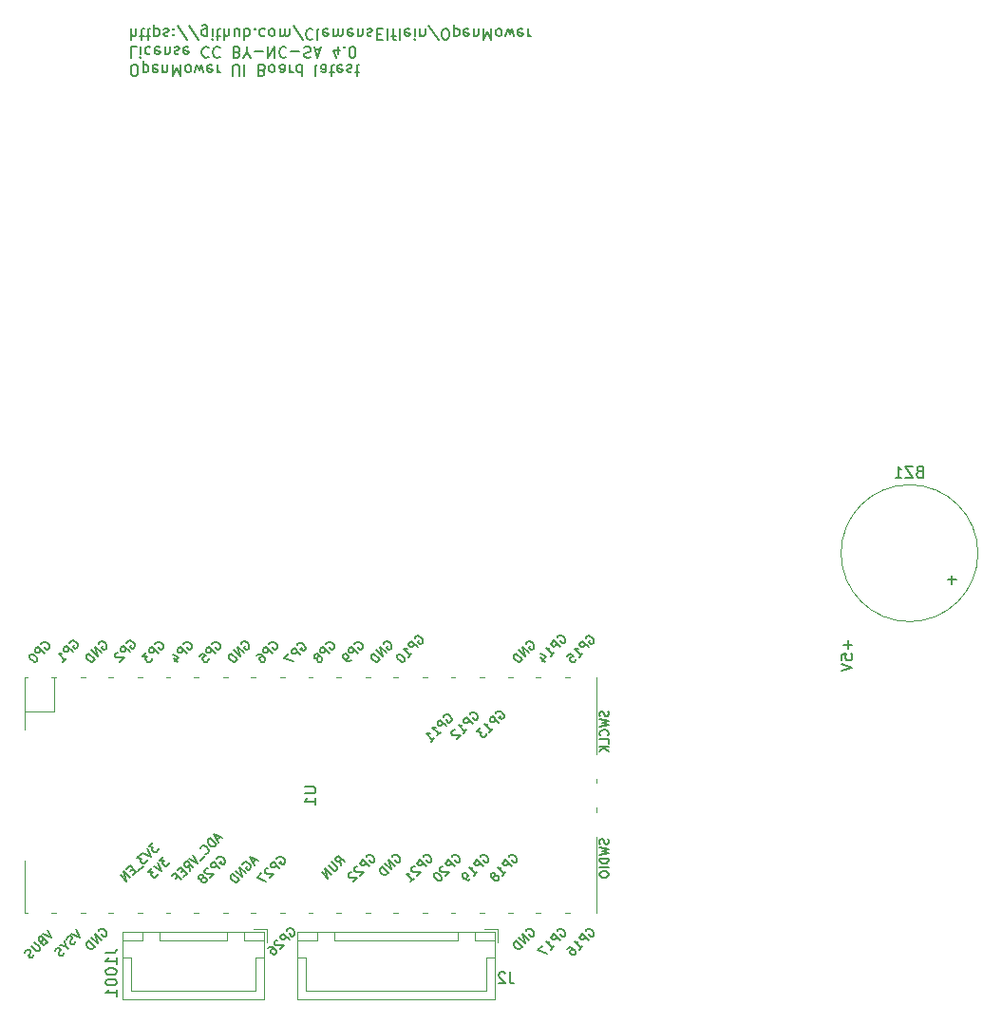
<source format=gbr>
%TF.GenerationSoftware,KiCad,Pcbnew,6.0.11+dfsg-1~bpo11+1*%
%TF.CreationDate,2023-05-07T06:08:46+00:00*%
%TF.ProjectId,CoverUI,436f7665-7255-4492-9e6b-696361645f70,rev?*%
%TF.SameCoordinates,Original*%
%TF.FileFunction,Legend,Bot*%
%TF.FilePolarity,Positive*%
%FSLAX46Y46*%
G04 Gerber Fmt 4.6, Leading zero omitted, Abs format (unit mm)*
G04 Created by KiCad (PCBNEW 6.0.11+dfsg-1~bpo11+1) date 2023-05-07 06:08:46*
%MOMM*%
%LPD*%
G01*
G04 APERTURE LIST*
%ADD10C,0.150000*%
%ADD11C,0.120000*%
G04 APERTURE END LIST*
D10*
X75539023Y-65814619D02*
X75729499Y-65814619D01*
X75824737Y-65767000D01*
X75919975Y-65671761D01*
X75967594Y-65481285D01*
X75967594Y-65147952D01*
X75919975Y-64957476D01*
X75824737Y-64862238D01*
X75729499Y-64814619D01*
X75539023Y-64814619D01*
X75443785Y-64862238D01*
X75348547Y-64957476D01*
X75300928Y-65147952D01*
X75300928Y-65481285D01*
X75348547Y-65671761D01*
X75443785Y-65767000D01*
X75539023Y-65814619D01*
X76396166Y-65481285D02*
X76396166Y-64481285D01*
X76396166Y-65433666D02*
X76491404Y-65481285D01*
X76681880Y-65481285D01*
X76777118Y-65433666D01*
X76824737Y-65386047D01*
X76872356Y-65290809D01*
X76872356Y-65005095D01*
X76824737Y-64909857D01*
X76777118Y-64862238D01*
X76681880Y-64814619D01*
X76491404Y-64814619D01*
X76396166Y-64862238D01*
X77681880Y-64862238D02*
X77586642Y-64814619D01*
X77396166Y-64814619D01*
X77300928Y-64862238D01*
X77253309Y-64957476D01*
X77253309Y-65338428D01*
X77300928Y-65433666D01*
X77396166Y-65481285D01*
X77586642Y-65481285D01*
X77681880Y-65433666D01*
X77729499Y-65338428D01*
X77729499Y-65243190D01*
X77253309Y-65147952D01*
X78158071Y-65481285D02*
X78158071Y-64814619D01*
X78158071Y-65386047D02*
X78205690Y-65433666D01*
X78300928Y-65481285D01*
X78443785Y-65481285D01*
X78539023Y-65433666D01*
X78586642Y-65338428D01*
X78586642Y-64814619D01*
X79062832Y-64814619D02*
X79062832Y-65814619D01*
X79396166Y-65100333D01*
X79729499Y-65814619D01*
X79729499Y-64814619D01*
X80348547Y-64814619D02*
X80253309Y-64862238D01*
X80205690Y-64909857D01*
X80158071Y-65005095D01*
X80158071Y-65290809D01*
X80205690Y-65386047D01*
X80253309Y-65433666D01*
X80348547Y-65481285D01*
X80491404Y-65481285D01*
X80586642Y-65433666D01*
X80634261Y-65386047D01*
X80681880Y-65290809D01*
X80681880Y-65005095D01*
X80634261Y-64909857D01*
X80586642Y-64862238D01*
X80491404Y-64814619D01*
X80348547Y-64814619D01*
X81015213Y-65481285D02*
X81205690Y-64814619D01*
X81396166Y-65290809D01*
X81586642Y-64814619D01*
X81777118Y-65481285D01*
X82539023Y-64862238D02*
X82443785Y-64814619D01*
X82253309Y-64814619D01*
X82158071Y-64862238D01*
X82110452Y-64957476D01*
X82110452Y-65338428D01*
X82158071Y-65433666D01*
X82253309Y-65481285D01*
X82443785Y-65481285D01*
X82539023Y-65433666D01*
X82586642Y-65338428D01*
X82586642Y-65243190D01*
X82110452Y-65147952D01*
X83015213Y-64814619D02*
X83015213Y-65481285D01*
X83015213Y-65290809D02*
X83062832Y-65386047D01*
X83110452Y-65433666D01*
X83205690Y-65481285D01*
X83300928Y-65481285D01*
X84396166Y-65814619D02*
X84396166Y-65005095D01*
X84443785Y-64909857D01*
X84491404Y-64862238D01*
X84586642Y-64814619D01*
X84777118Y-64814619D01*
X84872356Y-64862238D01*
X84919975Y-64909857D01*
X84967594Y-65005095D01*
X84967594Y-65814619D01*
X85443785Y-64814619D02*
X85443785Y-65814619D01*
X87015213Y-65338428D02*
X87158071Y-65290809D01*
X87205690Y-65243190D01*
X87253309Y-65147952D01*
X87253309Y-65005095D01*
X87205690Y-64909857D01*
X87158071Y-64862238D01*
X87062832Y-64814619D01*
X86681880Y-64814619D01*
X86681880Y-65814619D01*
X87015213Y-65814619D01*
X87110452Y-65767000D01*
X87158071Y-65719380D01*
X87205690Y-65624142D01*
X87205690Y-65528904D01*
X87158071Y-65433666D01*
X87110452Y-65386047D01*
X87015213Y-65338428D01*
X86681880Y-65338428D01*
X87824737Y-64814619D02*
X87729499Y-64862238D01*
X87681880Y-64909857D01*
X87634261Y-65005095D01*
X87634261Y-65290809D01*
X87681880Y-65386047D01*
X87729499Y-65433666D01*
X87824737Y-65481285D01*
X87967594Y-65481285D01*
X88062832Y-65433666D01*
X88110452Y-65386047D01*
X88158071Y-65290809D01*
X88158071Y-65005095D01*
X88110452Y-64909857D01*
X88062832Y-64862238D01*
X87967594Y-64814619D01*
X87824737Y-64814619D01*
X89015213Y-64814619D02*
X89015213Y-65338428D01*
X88967594Y-65433666D01*
X88872356Y-65481285D01*
X88681880Y-65481285D01*
X88586642Y-65433666D01*
X89015213Y-64862238D02*
X88919975Y-64814619D01*
X88681880Y-64814619D01*
X88586642Y-64862238D01*
X88539023Y-64957476D01*
X88539023Y-65052714D01*
X88586642Y-65147952D01*
X88681880Y-65195571D01*
X88919975Y-65195571D01*
X89015213Y-65243190D01*
X89491404Y-64814619D02*
X89491404Y-65481285D01*
X89491404Y-65290809D02*
X89539023Y-65386047D01*
X89586642Y-65433666D01*
X89681880Y-65481285D01*
X89777118Y-65481285D01*
X90539023Y-64814619D02*
X90539023Y-65814619D01*
X90539023Y-64862238D02*
X90443785Y-64814619D01*
X90253309Y-64814619D01*
X90158071Y-64862238D01*
X90110452Y-64909857D01*
X90062832Y-65005095D01*
X90062832Y-65290809D01*
X90110452Y-65386047D01*
X90158071Y-65433666D01*
X90253309Y-65481285D01*
X90443785Y-65481285D01*
X90539023Y-65433666D01*
X91919975Y-64814619D02*
X91824737Y-64862238D01*
X91777118Y-64957476D01*
X91777118Y-65814619D01*
X92729499Y-64814619D02*
X92729499Y-65338428D01*
X92681880Y-65433666D01*
X92586642Y-65481285D01*
X92396166Y-65481285D01*
X92300928Y-65433666D01*
X92729499Y-64862238D02*
X92634261Y-64814619D01*
X92396166Y-64814619D01*
X92300928Y-64862238D01*
X92253309Y-64957476D01*
X92253309Y-65052714D01*
X92300928Y-65147952D01*
X92396166Y-65195571D01*
X92634261Y-65195571D01*
X92729499Y-65243190D01*
X93062832Y-65481285D02*
X93443785Y-65481285D01*
X93205690Y-65814619D02*
X93205690Y-64957476D01*
X93253309Y-64862238D01*
X93348547Y-64814619D01*
X93443785Y-64814619D01*
X94158071Y-64862238D02*
X94062832Y-64814619D01*
X93872356Y-64814619D01*
X93777118Y-64862238D01*
X93729499Y-64957476D01*
X93729499Y-65338428D01*
X93777118Y-65433666D01*
X93872356Y-65481285D01*
X94062832Y-65481285D01*
X94158071Y-65433666D01*
X94205690Y-65338428D01*
X94205690Y-65243190D01*
X93729499Y-65147952D01*
X94586642Y-64862238D02*
X94681880Y-64814619D01*
X94872356Y-64814619D01*
X94967594Y-64862238D01*
X95015213Y-64957476D01*
X95015213Y-65005095D01*
X94967594Y-65100333D01*
X94872356Y-65147952D01*
X94729499Y-65147952D01*
X94634261Y-65195571D01*
X94586642Y-65290809D01*
X94586642Y-65338428D01*
X94634261Y-65433666D01*
X94729499Y-65481285D01*
X94872356Y-65481285D01*
X94967594Y-65433666D01*
X95300928Y-65481285D02*
X95681880Y-65481285D01*
X95443785Y-65814619D02*
X95443785Y-64957476D01*
X95491404Y-64862238D01*
X95586642Y-64814619D01*
X95681880Y-64814619D01*
X75824737Y-63204619D02*
X75348547Y-63204619D01*
X75348547Y-64204619D01*
X76158071Y-63204619D02*
X76158071Y-63871285D01*
X76158071Y-64204619D02*
X76110452Y-64157000D01*
X76158071Y-64109380D01*
X76205690Y-64157000D01*
X76158071Y-64204619D01*
X76158071Y-64109380D01*
X77062832Y-63252238D02*
X76967594Y-63204619D01*
X76777118Y-63204619D01*
X76681880Y-63252238D01*
X76634261Y-63299857D01*
X76586642Y-63395095D01*
X76586642Y-63680809D01*
X76634261Y-63776047D01*
X76681880Y-63823666D01*
X76777118Y-63871285D01*
X76967594Y-63871285D01*
X77062832Y-63823666D01*
X77872356Y-63252238D02*
X77777118Y-63204619D01*
X77586642Y-63204619D01*
X77491404Y-63252238D01*
X77443785Y-63347476D01*
X77443785Y-63728428D01*
X77491404Y-63823666D01*
X77586642Y-63871285D01*
X77777118Y-63871285D01*
X77872356Y-63823666D01*
X77919975Y-63728428D01*
X77919975Y-63633190D01*
X77443785Y-63537952D01*
X78348547Y-63871285D02*
X78348547Y-63204619D01*
X78348547Y-63776047D02*
X78396166Y-63823666D01*
X78491404Y-63871285D01*
X78634261Y-63871285D01*
X78729499Y-63823666D01*
X78777118Y-63728428D01*
X78777118Y-63204619D01*
X79205690Y-63252238D02*
X79300928Y-63204619D01*
X79491404Y-63204619D01*
X79586642Y-63252238D01*
X79634261Y-63347476D01*
X79634261Y-63395095D01*
X79586642Y-63490333D01*
X79491404Y-63537952D01*
X79348547Y-63537952D01*
X79253309Y-63585571D01*
X79205690Y-63680809D01*
X79205690Y-63728428D01*
X79253309Y-63823666D01*
X79348547Y-63871285D01*
X79491404Y-63871285D01*
X79586642Y-63823666D01*
X80443785Y-63252238D02*
X80348547Y-63204619D01*
X80158071Y-63204619D01*
X80062832Y-63252238D01*
X80015213Y-63347476D01*
X80015213Y-63728428D01*
X80062832Y-63823666D01*
X80158071Y-63871285D01*
X80348547Y-63871285D01*
X80443785Y-63823666D01*
X80491404Y-63728428D01*
X80491404Y-63633190D01*
X80015213Y-63537952D01*
X82253309Y-63299857D02*
X82205690Y-63252238D01*
X82062832Y-63204619D01*
X81967594Y-63204619D01*
X81824737Y-63252238D01*
X81729499Y-63347476D01*
X81681880Y-63442714D01*
X81634261Y-63633190D01*
X81634261Y-63776047D01*
X81681880Y-63966523D01*
X81729499Y-64061761D01*
X81824737Y-64157000D01*
X81967594Y-64204619D01*
X82062832Y-64204619D01*
X82205690Y-64157000D01*
X82253309Y-64109380D01*
X83253309Y-63299857D02*
X83205690Y-63252238D01*
X83062832Y-63204619D01*
X82967594Y-63204619D01*
X82824737Y-63252238D01*
X82729499Y-63347476D01*
X82681880Y-63442714D01*
X82634261Y-63633190D01*
X82634261Y-63776047D01*
X82681880Y-63966523D01*
X82729499Y-64061761D01*
X82824737Y-64157000D01*
X82967594Y-64204619D01*
X83062832Y-64204619D01*
X83205690Y-64157000D01*
X83253309Y-64109380D01*
X84777118Y-63728428D02*
X84919975Y-63680809D01*
X84967594Y-63633190D01*
X85015213Y-63537952D01*
X85015213Y-63395095D01*
X84967594Y-63299857D01*
X84919975Y-63252238D01*
X84824737Y-63204619D01*
X84443785Y-63204619D01*
X84443785Y-64204619D01*
X84777118Y-64204619D01*
X84872356Y-64157000D01*
X84919975Y-64109380D01*
X84967594Y-64014142D01*
X84967594Y-63918904D01*
X84919975Y-63823666D01*
X84872356Y-63776047D01*
X84777118Y-63728428D01*
X84443785Y-63728428D01*
X85634261Y-63680809D02*
X85634261Y-63204619D01*
X85300928Y-64204619D02*
X85634261Y-63680809D01*
X85967594Y-64204619D01*
X86300928Y-63585571D02*
X87062832Y-63585571D01*
X87539023Y-63204619D02*
X87539023Y-64204619D01*
X88110452Y-63204619D01*
X88110452Y-64204619D01*
X89158071Y-63299857D02*
X89110452Y-63252238D01*
X88967594Y-63204619D01*
X88872356Y-63204619D01*
X88729499Y-63252238D01*
X88634261Y-63347476D01*
X88586642Y-63442714D01*
X88539023Y-63633190D01*
X88539023Y-63776047D01*
X88586642Y-63966523D01*
X88634261Y-64061761D01*
X88729499Y-64157000D01*
X88872356Y-64204619D01*
X88967594Y-64204619D01*
X89110452Y-64157000D01*
X89158071Y-64109380D01*
X89586642Y-63585571D02*
X90348547Y-63585571D01*
X90777118Y-63252238D02*
X90919975Y-63204619D01*
X91158071Y-63204619D01*
X91253309Y-63252238D01*
X91300928Y-63299857D01*
X91348547Y-63395095D01*
X91348547Y-63490333D01*
X91300928Y-63585571D01*
X91253309Y-63633190D01*
X91158071Y-63680809D01*
X90967594Y-63728428D01*
X90872356Y-63776047D01*
X90824737Y-63823666D01*
X90777118Y-63918904D01*
X90777118Y-64014142D01*
X90824737Y-64109380D01*
X90872356Y-64157000D01*
X90967594Y-64204619D01*
X91205690Y-64204619D01*
X91348547Y-64157000D01*
X91729499Y-63490333D02*
X92205690Y-63490333D01*
X91634261Y-63204619D02*
X91967594Y-64204619D01*
X92300928Y-63204619D01*
X93824737Y-63871285D02*
X93824737Y-63204619D01*
X93586642Y-64252238D02*
X93348547Y-63537952D01*
X93967594Y-63537952D01*
X94348547Y-63299857D02*
X94396166Y-63252238D01*
X94348547Y-63204619D01*
X94300928Y-63252238D01*
X94348547Y-63299857D01*
X94348547Y-63204619D01*
X95015213Y-64204619D02*
X95110452Y-64204619D01*
X95205690Y-64157000D01*
X95253309Y-64109380D01*
X95300928Y-64014142D01*
X95348547Y-63823666D01*
X95348547Y-63585571D01*
X95300928Y-63395095D01*
X95253309Y-63299857D01*
X95205690Y-63252238D01*
X95110452Y-63204619D01*
X95015213Y-63204619D01*
X94919975Y-63252238D01*
X94872356Y-63299857D01*
X94824737Y-63395095D01*
X94777118Y-63585571D01*
X94777118Y-63823666D01*
X94824737Y-64014142D01*
X94872356Y-64109380D01*
X94919975Y-64157000D01*
X95015213Y-64204619D01*
X75348547Y-61594619D02*
X75348547Y-62594619D01*
X75777118Y-61594619D02*
X75777118Y-62118428D01*
X75729499Y-62213666D01*
X75634261Y-62261285D01*
X75491404Y-62261285D01*
X75396166Y-62213666D01*
X75348547Y-62166047D01*
X76110452Y-62261285D02*
X76491404Y-62261285D01*
X76253309Y-62594619D02*
X76253309Y-61737476D01*
X76300928Y-61642238D01*
X76396166Y-61594619D01*
X76491404Y-61594619D01*
X76681880Y-62261285D02*
X77062832Y-62261285D01*
X76824737Y-62594619D02*
X76824737Y-61737476D01*
X76872356Y-61642238D01*
X76967594Y-61594619D01*
X77062832Y-61594619D01*
X77396166Y-62261285D02*
X77396166Y-61261285D01*
X77396166Y-62213666D02*
X77491404Y-62261285D01*
X77681880Y-62261285D01*
X77777118Y-62213666D01*
X77824737Y-62166047D01*
X77872356Y-62070809D01*
X77872356Y-61785095D01*
X77824737Y-61689857D01*
X77777118Y-61642238D01*
X77681880Y-61594619D01*
X77491404Y-61594619D01*
X77396166Y-61642238D01*
X78253309Y-61642238D02*
X78348547Y-61594619D01*
X78539023Y-61594619D01*
X78634261Y-61642238D01*
X78681880Y-61737476D01*
X78681880Y-61785095D01*
X78634261Y-61880333D01*
X78539023Y-61927952D01*
X78396166Y-61927952D01*
X78300928Y-61975571D01*
X78253309Y-62070809D01*
X78253309Y-62118428D01*
X78300928Y-62213666D01*
X78396166Y-62261285D01*
X78539023Y-62261285D01*
X78634261Y-62213666D01*
X79110452Y-61689857D02*
X79158071Y-61642238D01*
X79110452Y-61594619D01*
X79062832Y-61642238D01*
X79110452Y-61689857D01*
X79110452Y-61594619D01*
X79110452Y-62213666D02*
X79158071Y-62166047D01*
X79110452Y-62118428D01*
X79062832Y-62166047D01*
X79110452Y-62213666D01*
X79110452Y-62118428D01*
X80300928Y-62642238D02*
X79443785Y-61356523D01*
X81348547Y-62642238D02*
X80491404Y-61356523D01*
X82110452Y-62261285D02*
X82110452Y-61451761D01*
X82062832Y-61356523D01*
X82015213Y-61308904D01*
X81919975Y-61261285D01*
X81777118Y-61261285D01*
X81681880Y-61308904D01*
X82110452Y-61642238D02*
X82015213Y-61594619D01*
X81824737Y-61594619D01*
X81729499Y-61642238D01*
X81681880Y-61689857D01*
X81634261Y-61785095D01*
X81634261Y-62070809D01*
X81681880Y-62166047D01*
X81729499Y-62213666D01*
X81824737Y-62261285D01*
X82015213Y-62261285D01*
X82110452Y-62213666D01*
X82586642Y-61594619D02*
X82586642Y-62261285D01*
X82586642Y-62594619D02*
X82539023Y-62547000D01*
X82586642Y-62499380D01*
X82634261Y-62547000D01*
X82586642Y-62594619D01*
X82586642Y-62499380D01*
X82919975Y-62261285D02*
X83300928Y-62261285D01*
X83062832Y-62594619D02*
X83062832Y-61737476D01*
X83110452Y-61642238D01*
X83205690Y-61594619D01*
X83300928Y-61594619D01*
X83634261Y-61594619D02*
X83634261Y-62594619D01*
X84062832Y-61594619D02*
X84062832Y-62118428D01*
X84015213Y-62213666D01*
X83919975Y-62261285D01*
X83777118Y-62261285D01*
X83681880Y-62213666D01*
X83634261Y-62166047D01*
X84967594Y-62261285D02*
X84967594Y-61594619D01*
X84539023Y-62261285D02*
X84539023Y-61737476D01*
X84586642Y-61642238D01*
X84681880Y-61594619D01*
X84824737Y-61594619D01*
X84919975Y-61642238D01*
X84967594Y-61689857D01*
X85443785Y-61594619D02*
X85443785Y-62594619D01*
X85443785Y-62213666D02*
X85539023Y-62261285D01*
X85729499Y-62261285D01*
X85824737Y-62213666D01*
X85872356Y-62166047D01*
X85919975Y-62070809D01*
X85919975Y-61785095D01*
X85872356Y-61689857D01*
X85824737Y-61642238D01*
X85729499Y-61594619D01*
X85539023Y-61594619D01*
X85443785Y-61642238D01*
X86348547Y-61689857D02*
X86396166Y-61642238D01*
X86348547Y-61594619D01*
X86300928Y-61642238D01*
X86348547Y-61689857D01*
X86348547Y-61594619D01*
X87253309Y-61642238D02*
X87158071Y-61594619D01*
X86967594Y-61594619D01*
X86872356Y-61642238D01*
X86824737Y-61689857D01*
X86777118Y-61785095D01*
X86777118Y-62070809D01*
X86824737Y-62166047D01*
X86872356Y-62213666D01*
X86967594Y-62261285D01*
X87158071Y-62261285D01*
X87253309Y-62213666D01*
X87824737Y-61594619D02*
X87729499Y-61642238D01*
X87681880Y-61689857D01*
X87634261Y-61785095D01*
X87634261Y-62070809D01*
X87681880Y-62166047D01*
X87729499Y-62213666D01*
X87824737Y-62261285D01*
X87967594Y-62261285D01*
X88062832Y-62213666D01*
X88110452Y-62166047D01*
X88158071Y-62070809D01*
X88158071Y-61785095D01*
X88110452Y-61689857D01*
X88062832Y-61642238D01*
X87967594Y-61594619D01*
X87824737Y-61594619D01*
X88586642Y-61594619D02*
X88586642Y-62261285D01*
X88586642Y-62166047D02*
X88634261Y-62213666D01*
X88729499Y-62261285D01*
X88872356Y-62261285D01*
X88967594Y-62213666D01*
X89015213Y-62118428D01*
X89015213Y-61594619D01*
X89015213Y-62118428D02*
X89062832Y-62213666D01*
X89158071Y-62261285D01*
X89300928Y-62261285D01*
X89396166Y-62213666D01*
X89443785Y-62118428D01*
X89443785Y-61594619D01*
X90634261Y-62642238D02*
X89777118Y-61356523D01*
X91539023Y-61689857D02*
X91491404Y-61642238D01*
X91348547Y-61594619D01*
X91253309Y-61594619D01*
X91110452Y-61642238D01*
X91015213Y-61737476D01*
X90967594Y-61832714D01*
X90919975Y-62023190D01*
X90919975Y-62166047D01*
X90967594Y-62356523D01*
X91015213Y-62451761D01*
X91110452Y-62547000D01*
X91253309Y-62594619D01*
X91348547Y-62594619D01*
X91491404Y-62547000D01*
X91539023Y-62499380D01*
X92110452Y-61594619D02*
X92015213Y-61642238D01*
X91967594Y-61737476D01*
X91967594Y-62594619D01*
X92872356Y-61642238D02*
X92777118Y-61594619D01*
X92586642Y-61594619D01*
X92491404Y-61642238D01*
X92443785Y-61737476D01*
X92443785Y-62118428D01*
X92491404Y-62213666D01*
X92586642Y-62261285D01*
X92777118Y-62261285D01*
X92872356Y-62213666D01*
X92919975Y-62118428D01*
X92919975Y-62023190D01*
X92443785Y-61927952D01*
X93348547Y-61594619D02*
X93348547Y-62261285D01*
X93348547Y-62166047D02*
X93396166Y-62213666D01*
X93491404Y-62261285D01*
X93634261Y-62261285D01*
X93729499Y-62213666D01*
X93777118Y-62118428D01*
X93777118Y-61594619D01*
X93777118Y-62118428D02*
X93824737Y-62213666D01*
X93919975Y-62261285D01*
X94062832Y-62261285D01*
X94158071Y-62213666D01*
X94205690Y-62118428D01*
X94205690Y-61594619D01*
X95062832Y-61642238D02*
X94967594Y-61594619D01*
X94777118Y-61594619D01*
X94681880Y-61642238D01*
X94634261Y-61737476D01*
X94634261Y-62118428D01*
X94681880Y-62213666D01*
X94777118Y-62261285D01*
X94967594Y-62261285D01*
X95062832Y-62213666D01*
X95110452Y-62118428D01*
X95110452Y-62023190D01*
X94634261Y-61927952D01*
X95539023Y-62261285D02*
X95539023Y-61594619D01*
X95539023Y-62166047D02*
X95586642Y-62213666D01*
X95681880Y-62261285D01*
X95824737Y-62261285D01*
X95919975Y-62213666D01*
X95967594Y-62118428D01*
X95967594Y-61594619D01*
X96396166Y-61642238D02*
X96491404Y-61594619D01*
X96681880Y-61594619D01*
X96777118Y-61642238D01*
X96824737Y-61737476D01*
X96824737Y-61785095D01*
X96777118Y-61880333D01*
X96681880Y-61927952D01*
X96539023Y-61927952D01*
X96443785Y-61975571D01*
X96396166Y-62070809D01*
X96396166Y-62118428D01*
X96443785Y-62213666D01*
X96539023Y-62261285D01*
X96681880Y-62261285D01*
X96777118Y-62213666D01*
X97253309Y-62118428D02*
X97586642Y-62118428D01*
X97729499Y-61594619D02*
X97253309Y-61594619D01*
X97253309Y-62594619D01*
X97729499Y-62594619D01*
X98300928Y-61594619D02*
X98205690Y-61642238D01*
X98158071Y-61737476D01*
X98158071Y-62594619D01*
X98539023Y-62261285D02*
X98919975Y-62261285D01*
X98681880Y-61594619D02*
X98681880Y-62451761D01*
X98729499Y-62547000D01*
X98824737Y-62594619D01*
X98919975Y-62594619D01*
X99396166Y-61594619D02*
X99300928Y-61642238D01*
X99253309Y-61737476D01*
X99253309Y-62594619D01*
X100158071Y-61642238D02*
X100062832Y-61594619D01*
X99872356Y-61594619D01*
X99777118Y-61642238D01*
X99729499Y-61737476D01*
X99729499Y-62118428D01*
X99777118Y-62213666D01*
X99872356Y-62261285D01*
X100062832Y-62261285D01*
X100158071Y-62213666D01*
X100205690Y-62118428D01*
X100205690Y-62023190D01*
X99729499Y-61927952D01*
X100634261Y-61594619D02*
X100634261Y-62261285D01*
X100634261Y-62594619D02*
X100586642Y-62547000D01*
X100634261Y-62499380D01*
X100681880Y-62547000D01*
X100634261Y-62594619D01*
X100634261Y-62499380D01*
X101110452Y-62261285D02*
X101110452Y-61594619D01*
X101110452Y-62166047D02*
X101158071Y-62213666D01*
X101253309Y-62261285D01*
X101396166Y-62261285D01*
X101491404Y-62213666D01*
X101539023Y-62118428D01*
X101539023Y-61594619D01*
X102729499Y-62642238D02*
X101872356Y-61356523D01*
X103253309Y-62594619D02*
X103443785Y-62594619D01*
X103539023Y-62547000D01*
X103634261Y-62451761D01*
X103681880Y-62261285D01*
X103681880Y-61927952D01*
X103634261Y-61737476D01*
X103539023Y-61642238D01*
X103443785Y-61594619D01*
X103253309Y-61594619D01*
X103158071Y-61642238D01*
X103062832Y-61737476D01*
X103015213Y-61927952D01*
X103015213Y-62261285D01*
X103062832Y-62451761D01*
X103158071Y-62547000D01*
X103253309Y-62594619D01*
X104110452Y-62261285D02*
X104110452Y-61261285D01*
X104110452Y-62213666D02*
X104205690Y-62261285D01*
X104396166Y-62261285D01*
X104491404Y-62213666D01*
X104539023Y-62166047D01*
X104586642Y-62070809D01*
X104586642Y-61785095D01*
X104539023Y-61689857D01*
X104491404Y-61642238D01*
X104396166Y-61594619D01*
X104205690Y-61594619D01*
X104110452Y-61642238D01*
X105396166Y-61642238D02*
X105300928Y-61594619D01*
X105110452Y-61594619D01*
X105015213Y-61642238D01*
X104967594Y-61737476D01*
X104967594Y-62118428D01*
X105015213Y-62213666D01*
X105110452Y-62261285D01*
X105300928Y-62261285D01*
X105396166Y-62213666D01*
X105443785Y-62118428D01*
X105443785Y-62023190D01*
X104967594Y-61927952D01*
X105872356Y-62261285D02*
X105872356Y-61594619D01*
X105872356Y-62166047D02*
X105919975Y-62213666D01*
X106015213Y-62261285D01*
X106158071Y-62261285D01*
X106253309Y-62213666D01*
X106300928Y-62118428D01*
X106300928Y-61594619D01*
X106777118Y-61594619D02*
X106777118Y-62594619D01*
X107110452Y-61880333D01*
X107443785Y-62594619D01*
X107443785Y-61594619D01*
X108062832Y-61594619D02*
X107967594Y-61642238D01*
X107919975Y-61689857D01*
X107872356Y-61785095D01*
X107872356Y-62070809D01*
X107919975Y-62166047D01*
X107967594Y-62213666D01*
X108062832Y-62261285D01*
X108205690Y-62261285D01*
X108300928Y-62213666D01*
X108348547Y-62166047D01*
X108396166Y-62070809D01*
X108396166Y-61785095D01*
X108348547Y-61689857D01*
X108300928Y-61642238D01*
X108205690Y-61594619D01*
X108062832Y-61594619D01*
X108729499Y-62261285D02*
X108919975Y-61594619D01*
X109110452Y-62070809D01*
X109300928Y-61594619D01*
X109491404Y-62261285D01*
X110253309Y-61642238D02*
X110158071Y-61594619D01*
X109967594Y-61594619D01*
X109872356Y-61642238D01*
X109824737Y-61737476D01*
X109824737Y-62118428D01*
X109872356Y-62213666D01*
X109967594Y-62261285D01*
X110158071Y-62261285D01*
X110253309Y-62213666D01*
X110300928Y-62118428D01*
X110300928Y-62023190D01*
X109824737Y-61927952D01*
X110729499Y-61594619D02*
X110729499Y-62261285D01*
X110729499Y-62070809D02*
X110777118Y-62166047D01*
X110824737Y-62213666D01*
X110919975Y-62261285D01*
X111015213Y-62261285D01*
X139248428Y-116151285D02*
X139248428Y-116913190D01*
X139629380Y-116532238D02*
X138867476Y-116532238D01*
X138629380Y-117865571D02*
X138629380Y-117389380D01*
X139105571Y-117341761D01*
X139057952Y-117389380D01*
X139010333Y-117484619D01*
X139010333Y-117722714D01*
X139057952Y-117817952D01*
X139105571Y-117865571D01*
X139200809Y-117913190D01*
X139438904Y-117913190D01*
X139534142Y-117865571D01*
X139581761Y-117817952D01*
X139629380Y-117722714D01*
X139629380Y-117484619D01*
X139581761Y-117389380D01*
X139534142Y-117341761D01*
X138629380Y-118198904D02*
X139629380Y-118532238D01*
X138629380Y-118865571D01*
%TO.C,J1001*%
X73061580Y-143983295D02*
X73775866Y-143983295D01*
X73918723Y-143935676D01*
X74013961Y-143840438D01*
X74061580Y-143697580D01*
X74061580Y-143602342D01*
X74061580Y-144983295D02*
X74061580Y-144411866D01*
X74061580Y-144697580D02*
X73061580Y-144697580D01*
X73204438Y-144602342D01*
X73299676Y-144507104D01*
X73347295Y-144411866D01*
X73061580Y-145602342D02*
X73061580Y-145697580D01*
X73109200Y-145792819D01*
X73156819Y-145840438D01*
X73252057Y-145888057D01*
X73442533Y-145935676D01*
X73680628Y-145935676D01*
X73871104Y-145888057D01*
X73966342Y-145840438D01*
X74013961Y-145792819D01*
X74061580Y-145697580D01*
X74061580Y-145602342D01*
X74013961Y-145507104D01*
X73966342Y-145459485D01*
X73871104Y-145411866D01*
X73680628Y-145364247D01*
X73442533Y-145364247D01*
X73252057Y-145411866D01*
X73156819Y-145459485D01*
X73109200Y-145507104D01*
X73061580Y-145602342D01*
X73061580Y-146554723D02*
X73061580Y-146649961D01*
X73109200Y-146745200D01*
X73156819Y-146792819D01*
X73252057Y-146840438D01*
X73442533Y-146888057D01*
X73680628Y-146888057D01*
X73871104Y-146840438D01*
X73966342Y-146792819D01*
X74013961Y-146745200D01*
X74061580Y-146649961D01*
X74061580Y-146554723D01*
X74013961Y-146459485D01*
X73966342Y-146411866D01*
X73871104Y-146364247D01*
X73680628Y-146316628D01*
X73442533Y-146316628D01*
X73252057Y-146364247D01*
X73156819Y-146411866D01*
X73109200Y-146459485D01*
X73061580Y-146554723D01*
X74061580Y-147840438D02*
X74061580Y-147269009D01*
X74061580Y-147554723D02*
X73061580Y-147554723D01*
X73204438Y-147459485D01*
X73299676Y-147364247D01*
X73347295Y-147269009D01*
%TO.C,BZ1*%
X145610152Y-101084971D02*
X145467295Y-101132590D01*
X145419676Y-101180209D01*
X145372057Y-101275447D01*
X145372057Y-101418304D01*
X145419676Y-101513542D01*
X145467295Y-101561161D01*
X145562533Y-101608780D01*
X145943485Y-101608780D01*
X145943485Y-100608780D01*
X145610152Y-100608780D01*
X145514914Y-100656400D01*
X145467295Y-100704019D01*
X145419676Y-100799257D01*
X145419676Y-100894495D01*
X145467295Y-100989733D01*
X145514914Y-101037352D01*
X145610152Y-101084971D01*
X145943485Y-101084971D01*
X145038723Y-100608780D02*
X144372057Y-100608780D01*
X145038723Y-101608780D01*
X144372057Y-101608780D01*
X143467295Y-101608780D02*
X144038723Y-101608780D01*
X143753009Y-101608780D02*
X143753009Y-100608780D01*
X143848247Y-100751638D01*
X143943485Y-100846876D01*
X144038723Y-100894495D01*
X148869352Y-110713828D02*
X148107447Y-110713828D01*
X148488400Y-111094780D02*
X148488400Y-110332876D01*
%TO.C,J2*%
X109096133Y-145705580D02*
X109096133Y-146419866D01*
X109143752Y-146562723D01*
X109238990Y-146657961D01*
X109381847Y-146705580D01*
X109477085Y-146705580D01*
X108667561Y-145800819D02*
X108619942Y-145753200D01*
X108524704Y-145705580D01*
X108286609Y-145705580D01*
X108191371Y-145753200D01*
X108143752Y-145800819D01*
X108096133Y-145896057D01*
X108096133Y-145991295D01*
X108143752Y-146134152D01*
X108715180Y-146705580D01*
X108096133Y-146705580D01*
%TO.C,U1*%
X90790780Y-129184495D02*
X91600304Y-129184495D01*
X91695542Y-129232114D01*
X91743161Y-129279733D01*
X91790780Y-129374971D01*
X91790780Y-129565447D01*
X91743161Y-129660685D01*
X91695542Y-129708304D01*
X91600304Y-129755923D01*
X90790780Y-129755923D01*
X91790780Y-130755923D02*
X91790780Y-130184495D01*
X91790780Y-130470209D02*
X90790780Y-130470209D01*
X90933638Y-130374971D01*
X91028876Y-130279733D01*
X91076495Y-130184495D01*
X100618992Y-115936122D02*
X100645929Y-115855310D01*
X100726741Y-115774497D01*
X100834491Y-115720623D01*
X100942241Y-115720623D01*
X101023053Y-115747560D01*
X101157740Y-115828372D01*
X101238552Y-115909184D01*
X101319364Y-116043871D01*
X101346302Y-116124684D01*
X101346302Y-116232433D01*
X101292427Y-116340183D01*
X101238552Y-116394058D01*
X101130802Y-116447932D01*
X101076928Y-116447932D01*
X100888366Y-116259371D01*
X100996115Y-116151621D01*
X100888366Y-116744244D02*
X100322680Y-116178558D01*
X100107181Y-116394058D01*
X100080244Y-116474870D01*
X100080244Y-116528745D01*
X100107181Y-116609557D01*
X100187993Y-116690369D01*
X100268806Y-116717306D01*
X100322680Y-116717306D01*
X100403493Y-116690369D01*
X100618992Y-116474870D01*
X100026369Y-117606241D02*
X100349618Y-117282992D01*
X100187993Y-117444616D02*
X99622308Y-116878931D01*
X99756995Y-116905868D01*
X99864745Y-116905868D01*
X99945557Y-116878931D01*
X99110497Y-117390741D02*
X99056623Y-117444616D01*
X99029685Y-117525428D01*
X99029685Y-117579303D01*
X99056623Y-117660115D01*
X99137435Y-117794802D01*
X99272122Y-117929489D01*
X99406809Y-118010302D01*
X99487621Y-118037239D01*
X99541496Y-118037239D01*
X99622308Y-118010302D01*
X99676183Y-117956427D01*
X99703120Y-117875615D01*
X99703120Y-117821740D01*
X99676183Y-117740928D01*
X99595371Y-117606241D01*
X99460684Y-117471554D01*
X99325997Y-117390741D01*
X99245184Y-117363804D01*
X99191310Y-117363804D01*
X99110497Y-117390741D01*
X98598555Y-135430158D02*
X98625493Y-135349346D01*
X98706305Y-135268534D01*
X98814054Y-135214659D01*
X98921804Y-135214659D01*
X99002616Y-135241597D01*
X99137303Y-135322409D01*
X99218115Y-135403221D01*
X99298928Y-135537908D01*
X99325865Y-135618720D01*
X99325865Y-135726470D01*
X99271990Y-135834219D01*
X99218115Y-135888094D01*
X99110366Y-135941969D01*
X99056491Y-135941969D01*
X98867929Y-135753407D01*
X98975679Y-135645658D01*
X98867929Y-136238280D02*
X98302244Y-135672595D01*
X98544680Y-136561529D01*
X97978995Y-135995844D01*
X98275306Y-136830903D02*
X97709621Y-136265218D01*
X97574934Y-136399905D01*
X97521059Y-136507654D01*
X97521059Y-136615404D01*
X97547997Y-136696216D01*
X97628809Y-136830903D01*
X97709621Y-136911715D01*
X97844308Y-136992528D01*
X97925120Y-137019465D01*
X98032870Y-137019465D01*
X98140619Y-136965590D01*
X98275306Y-136830903D01*
X117862209Y-133851161D02*
X117900304Y-133965447D01*
X117900304Y-134155923D01*
X117862209Y-134232114D01*
X117824114Y-134270209D01*
X117747923Y-134308304D01*
X117671733Y-134308304D01*
X117595542Y-134270209D01*
X117557447Y-134232114D01*
X117519352Y-134155923D01*
X117481257Y-134003542D01*
X117443161Y-133927352D01*
X117405066Y-133889257D01*
X117328876Y-133851161D01*
X117252685Y-133851161D01*
X117176495Y-133889257D01*
X117138400Y-133927352D01*
X117100304Y-134003542D01*
X117100304Y-134194019D01*
X117138400Y-134308304D01*
X117100304Y-134574971D02*
X117900304Y-134765447D01*
X117328876Y-134917828D01*
X117900304Y-135070209D01*
X117100304Y-135260685D01*
X117900304Y-135565447D02*
X117100304Y-135565447D01*
X117100304Y-135755923D01*
X117138400Y-135870209D01*
X117214590Y-135946400D01*
X117290780Y-135984495D01*
X117443161Y-136022590D01*
X117557447Y-136022590D01*
X117709828Y-135984495D01*
X117786019Y-135946400D01*
X117862209Y-135870209D01*
X117900304Y-135755923D01*
X117900304Y-135565447D01*
X117900304Y-136365447D02*
X117100304Y-136365447D01*
X117100304Y-136898780D02*
X117100304Y-137051161D01*
X117138400Y-137127352D01*
X117214590Y-137203542D01*
X117366971Y-137241638D01*
X117633638Y-137241638D01*
X117786019Y-137203542D01*
X117862209Y-137127352D01*
X117900304Y-137051161D01*
X117900304Y-136898780D01*
X117862209Y-136822590D01*
X117786019Y-136746400D01*
X117633638Y-136708304D01*
X117366971Y-136708304D01*
X117214590Y-136746400D01*
X117138400Y-136822590D01*
X117100304Y-136898780D01*
X89188992Y-141994922D02*
X89215929Y-141914110D01*
X89296741Y-141833297D01*
X89404491Y-141779423D01*
X89512241Y-141779423D01*
X89593053Y-141806360D01*
X89727740Y-141887172D01*
X89808552Y-141967984D01*
X89889364Y-142102671D01*
X89916302Y-142183484D01*
X89916302Y-142291233D01*
X89862427Y-142398983D01*
X89808552Y-142452858D01*
X89700802Y-142506732D01*
X89646928Y-142506732D01*
X89458366Y-142318171D01*
X89566115Y-142210421D01*
X89458366Y-142803044D02*
X88892680Y-142237358D01*
X88677181Y-142452858D01*
X88650244Y-142533670D01*
X88650244Y-142587545D01*
X88677181Y-142668357D01*
X88757993Y-142749169D01*
X88838806Y-142776106D01*
X88892680Y-142776106D01*
X88973493Y-142749169D01*
X89188992Y-142533670D01*
X88407807Y-142829981D02*
X88353932Y-142829981D01*
X88273120Y-142856919D01*
X88138433Y-142991606D01*
X88111496Y-143072418D01*
X88111496Y-143126293D01*
X88138433Y-143207105D01*
X88192308Y-143260980D01*
X88300058Y-143314854D01*
X88946555Y-143314854D01*
X88596369Y-143665041D01*
X87545810Y-143584228D02*
X87653560Y-143476479D01*
X87734372Y-143449541D01*
X87788247Y-143449541D01*
X87922934Y-143476479D01*
X88057621Y-143557291D01*
X88273120Y-143772790D01*
X88300058Y-143853602D01*
X88300058Y-143907477D01*
X88273120Y-143988289D01*
X88165371Y-144096039D01*
X88084558Y-144122976D01*
X88030684Y-144122976D01*
X87949871Y-144096039D01*
X87815184Y-143961352D01*
X87788247Y-143880540D01*
X87788247Y-143826665D01*
X87815184Y-143745853D01*
X87922934Y-143638103D01*
X88003746Y-143611166D01*
X88057621Y-143611166D01*
X88138433Y-143638103D01*
X103920992Y-135441722D02*
X103947929Y-135360910D01*
X104028741Y-135280097D01*
X104136491Y-135226223D01*
X104244241Y-135226223D01*
X104325053Y-135253160D01*
X104459740Y-135333972D01*
X104540552Y-135414784D01*
X104621364Y-135549471D01*
X104648302Y-135630284D01*
X104648302Y-135738033D01*
X104594427Y-135845783D01*
X104540552Y-135899658D01*
X104432802Y-135953532D01*
X104378928Y-135953532D01*
X104190366Y-135764971D01*
X104298115Y-135657221D01*
X104190366Y-136249844D02*
X103624680Y-135684158D01*
X103409181Y-135899658D01*
X103382244Y-135980470D01*
X103382244Y-136034345D01*
X103409181Y-136115157D01*
X103489993Y-136195969D01*
X103570806Y-136222906D01*
X103624680Y-136222906D01*
X103705493Y-136195969D01*
X103920992Y-135980470D01*
X103139807Y-136276781D02*
X103085932Y-136276781D01*
X103005120Y-136303719D01*
X102870433Y-136438406D01*
X102843496Y-136519218D01*
X102843496Y-136573093D01*
X102870433Y-136653905D01*
X102924308Y-136707780D01*
X103032058Y-136761654D01*
X103678555Y-136761654D01*
X103328369Y-137111841D01*
X102412497Y-136896341D02*
X102358623Y-136950216D01*
X102331685Y-137031028D01*
X102331685Y-137084903D01*
X102358623Y-137165715D01*
X102439435Y-137300402D01*
X102574122Y-137435089D01*
X102708809Y-137515902D01*
X102789621Y-137542839D01*
X102843496Y-137542839D01*
X102924308Y-137515902D01*
X102978183Y-137462027D01*
X103005120Y-137381215D01*
X103005120Y-137327340D01*
X102978183Y-137246528D01*
X102897371Y-137111841D01*
X102762684Y-136977154D01*
X102627997Y-136896341D01*
X102547184Y-136869404D01*
X102493310Y-136869404D01*
X102412497Y-136896341D01*
X105521192Y-122741722D02*
X105548129Y-122660910D01*
X105628941Y-122580097D01*
X105736691Y-122526223D01*
X105844441Y-122526223D01*
X105925253Y-122553160D01*
X106059940Y-122633972D01*
X106140752Y-122714784D01*
X106221564Y-122849471D01*
X106248502Y-122930284D01*
X106248502Y-123038033D01*
X106194627Y-123145783D01*
X106140752Y-123199658D01*
X106033002Y-123253532D01*
X105979128Y-123253532D01*
X105790566Y-123064971D01*
X105898315Y-122957221D01*
X105790566Y-123549844D02*
X105224880Y-122984158D01*
X105009381Y-123199658D01*
X104982444Y-123280470D01*
X104982444Y-123334345D01*
X105009381Y-123415157D01*
X105090193Y-123495969D01*
X105171006Y-123522906D01*
X105224880Y-123522906D01*
X105305693Y-123495969D01*
X105521192Y-123280470D01*
X104928569Y-124411841D02*
X105251818Y-124088592D01*
X105090193Y-124250216D02*
X104524508Y-123684531D01*
X104659195Y-123711468D01*
X104766945Y-123711468D01*
X104847757Y-123684531D01*
X104201259Y-124115529D02*
X104147384Y-124115529D01*
X104066572Y-124142467D01*
X103931885Y-124277154D01*
X103904948Y-124357966D01*
X103904948Y-124411841D01*
X103931885Y-124492653D01*
X103985760Y-124546528D01*
X104093510Y-124600402D01*
X104740007Y-124600402D01*
X104389821Y-124950589D01*
X115858992Y-142044122D02*
X115885929Y-141963310D01*
X115966741Y-141882497D01*
X116074491Y-141828623D01*
X116182241Y-141828623D01*
X116263053Y-141855560D01*
X116397740Y-141936372D01*
X116478552Y-142017184D01*
X116559364Y-142151871D01*
X116586302Y-142232684D01*
X116586302Y-142340433D01*
X116532427Y-142448183D01*
X116478552Y-142502058D01*
X116370802Y-142555932D01*
X116316928Y-142555932D01*
X116128366Y-142367371D01*
X116236115Y-142259621D01*
X116128366Y-142852244D02*
X115562680Y-142286558D01*
X115347181Y-142502058D01*
X115320244Y-142582870D01*
X115320244Y-142636745D01*
X115347181Y-142717557D01*
X115427993Y-142798369D01*
X115508806Y-142825306D01*
X115562680Y-142825306D01*
X115643493Y-142798369D01*
X115858992Y-142582870D01*
X115266369Y-143714241D02*
X115589618Y-143390992D01*
X115427993Y-143552616D02*
X114862308Y-142986931D01*
X114996995Y-143013868D01*
X115104745Y-143013868D01*
X115185557Y-142986931D01*
X114215810Y-143633428D02*
X114323560Y-143525679D01*
X114404372Y-143498741D01*
X114458247Y-143498741D01*
X114592934Y-143525679D01*
X114727621Y-143606491D01*
X114943120Y-143821990D01*
X114970058Y-143902802D01*
X114970058Y-143956677D01*
X114943120Y-144037489D01*
X114835371Y-144145239D01*
X114754558Y-144172176D01*
X114700684Y-144172176D01*
X114619871Y-144145239D01*
X114485184Y-144010552D01*
X114458247Y-143929740D01*
X114458247Y-143875865D01*
X114485184Y-143795053D01*
X114592934Y-143687303D01*
X114673746Y-143660366D01*
X114727621Y-143660366D01*
X114808433Y-143687303D01*
X110536555Y-142032558D02*
X110563493Y-141951746D01*
X110644305Y-141870934D01*
X110752054Y-141817059D01*
X110859804Y-141817059D01*
X110940616Y-141843997D01*
X111075303Y-141924809D01*
X111156115Y-142005621D01*
X111236928Y-142140308D01*
X111263865Y-142221120D01*
X111263865Y-142328870D01*
X111209990Y-142436619D01*
X111156115Y-142490494D01*
X111048366Y-142544369D01*
X110994491Y-142544369D01*
X110805929Y-142355807D01*
X110913679Y-142248058D01*
X110805929Y-142840680D02*
X110240244Y-142274995D01*
X110482680Y-143163929D01*
X109916995Y-142598244D01*
X110213306Y-143433303D02*
X109647621Y-142867618D01*
X109512934Y-143002305D01*
X109459059Y-143110054D01*
X109459059Y-143217804D01*
X109485997Y-143298616D01*
X109566809Y-143433303D01*
X109647621Y-143514115D01*
X109782308Y-143594928D01*
X109863120Y-143621865D01*
X109970870Y-143621865D01*
X110078619Y-143567990D01*
X110213306Y-143433303D01*
X74949618Y-116359496D02*
X74976555Y-116278684D01*
X75057367Y-116197871D01*
X75165117Y-116143997D01*
X75272867Y-116143997D01*
X75353679Y-116170934D01*
X75488366Y-116251746D01*
X75569178Y-116332558D01*
X75649990Y-116467245D01*
X75676928Y-116548058D01*
X75676928Y-116655807D01*
X75623053Y-116763557D01*
X75569178Y-116817432D01*
X75461428Y-116871306D01*
X75407554Y-116871306D01*
X75218992Y-116682745D01*
X75326741Y-116574995D01*
X75218992Y-117167618D02*
X74653306Y-116601932D01*
X74437807Y-116817432D01*
X74410870Y-116898244D01*
X74410870Y-116952119D01*
X74437807Y-117032931D01*
X74518619Y-117113743D01*
X74599432Y-117140680D01*
X74653306Y-117140680D01*
X74734119Y-117113743D01*
X74949618Y-116898244D01*
X74168433Y-117194555D02*
X74114558Y-117194555D01*
X74033746Y-117221493D01*
X73899059Y-117356180D01*
X73872122Y-117436992D01*
X73872122Y-117490867D01*
X73899059Y-117571679D01*
X73952934Y-117625554D01*
X74060684Y-117679428D01*
X74707181Y-117679428D01*
X74356995Y-118029615D01*
X67329618Y-116459496D02*
X67356555Y-116378684D01*
X67437367Y-116297871D01*
X67545117Y-116243997D01*
X67652867Y-116243997D01*
X67733679Y-116270934D01*
X67868366Y-116351746D01*
X67949178Y-116432558D01*
X68029990Y-116567245D01*
X68056928Y-116648058D01*
X68056928Y-116755807D01*
X68003053Y-116863557D01*
X67949178Y-116917432D01*
X67841428Y-116971306D01*
X67787554Y-116971306D01*
X67598992Y-116782745D01*
X67706741Y-116674995D01*
X67598992Y-117267618D02*
X67033306Y-116701932D01*
X66817807Y-116917432D01*
X66790870Y-116998244D01*
X66790870Y-117052119D01*
X66817807Y-117132931D01*
X66898619Y-117213743D01*
X66979432Y-117240680D01*
X67033306Y-117240680D01*
X67114119Y-117213743D01*
X67329618Y-116998244D01*
X66359871Y-117375367D02*
X66305997Y-117429242D01*
X66279059Y-117510054D01*
X66279059Y-117563929D01*
X66305997Y-117644741D01*
X66386809Y-117779428D01*
X66521496Y-117914115D01*
X66656183Y-117994928D01*
X66736995Y-118021865D01*
X66790870Y-118021865D01*
X66871682Y-117994928D01*
X66925557Y-117941053D01*
X66952494Y-117860241D01*
X66952494Y-117806366D01*
X66925557Y-117725554D01*
X66844745Y-117590867D01*
X66710058Y-117456180D01*
X66575371Y-117375367D01*
X66494558Y-117348430D01*
X66440684Y-117348430D01*
X66359871Y-117375367D01*
X87649618Y-116459496D02*
X87676555Y-116378684D01*
X87757367Y-116297871D01*
X87865117Y-116243997D01*
X87972867Y-116243997D01*
X88053679Y-116270934D01*
X88188366Y-116351746D01*
X88269178Y-116432558D01*
X88349990Y-116567245D01*
X88376928Y-116648058D01*
X88376928Y-116755807D01*
X88323053Y-116863557D01*
X88269178Y-116917432D01*
X88161428Y-116971306D01*
X88107554Y-116971306D01*
X87918992Y-116782745D01*
X88026741Y-116674995D01*
X87918992Y-117267618D02*
X87353306Y-116701932D01*
X87137807Y-116917432D01*
X87110870Y-116998244D01*
X87110870Y-117052119D01*
X87137807Y-117132931D01*
X87218619Y-117213743D01*
X87299432Y-117240680D01*
X87353306Y-117240680D01*
X87434119Y-117213743D01*
X87649618Y-116998244D01*
X86545184Y-117510054D02*
X86652934Y-117402305D01*
X86733746Y-117375367D01*
X86787621Y-117375367D01*
X86922308Y-117402305D01*
X87056995Y-117483117D01*
X87272494Y-117698616D01*
X87299432Y-117779428D01*
X87299432Y-117833303D01*
X87272494Y-117914115D01*
X87164745Y-118021865D01*
X87083932Y-118048802D01*
X87030058Y-118048802D01*
X86949245Y-118021865D01*
X86814558Y-117887178D01*
X86787621Y-117806366D01*
X86787621Y-117752491D01*
X86814558Y-117671679D01*
X86922308Y-117563929D01*
X87003120Y-117536992D01*
X87056995Y-117536992D01*
X87137807Y-117563929D01*
X72436555Y-142032558D02*
X72463493Y-141951746D01*
X72544305Y-141870934D01*
X72652054Y-141817059D01*
X72759804Y-141817059D01*
X72840616Y-141843997D01*
X72975303Y-141924809D01*
X73056115Y-142005621D01*
X73136928Y-142140308D01*
X73163865Y-142221120D01*
X73163865Y-142328870D01*
X73109990Y-142436619D01*
X73056115Y-142490494D01*
X72948366Y-142544369D01*
X72894491Y-142544369D01*
X72705929Y-142355807D01*
X72813679Y-142248058D01*
X72705929Y-142840680D02*
X72140244Y-142274995D01*
X72382680Y-143163929D01*
X71816995Y-142598244D01*
X72113306Y-143433303D02*
X71547621Y-142867618D01*
X71412934Y-143002305D01*
X71359059Y-143110054D01*
X71359059Y-143217804D01*
X71385997Y-143298616D01*
X71466809Y-143433303D01*
X71547621Y-143514115D01*
X71682308Y-143594928D01*
X71763120Y-143621865D01*
X71870870Y-143621865D01*
X71978619Y-143567990D01*
X72113306Y-143433303D01*
X82569618Y-116459496D02*
X82596555Y-116378684D01*
X82677367Y-116297871D01*
X82785117Y-116243997D01*
X82892867Y-116243997D01*
X82973679Y-116270934D01*
X83108366Y-116351746D01*
X83189178Y-116432558D01*
X83269990Y-116567245D01*
X83296928Y-116648058D01*
X83296928Y-116755807D01*
X83243053Y-116863557D01*
X83189178Y-116917432D01*
X83081428Y-116971306D01*
X83027554Y-116971306D01*
X82838992Y-116782745D01*
X82946741Y-116674995D01*
X82838992Y-117267618D02*
X82273306Y-116701932D01*
X82057807Y-116917432D01*
X82030870Y-116998244D01*
X82030870Y-117052119D01*
X82057807Y-117132931D01*
X82138619Y-117213743D01*
X82219432Y-117240680D01*
X82273306Y-117240680D01*
X82354119Y-117213743D01*
X82569618Y-116998244D01*
X81438247Y-117536992D02*
X81707621Y-117267618D01*
X82003932Y-117510054D01*
X81950058Y-117510054D01*
X81869245Y-117536992D01*
X81734558Y-117671679D01*
X81707621Y-117752491D01*
X81707621Y-117806366D01*
X81734558Y-117887178D01*
X81869245Y-118021865D01*
X81950058Y-118048802D01*
X82003932Y-118048802D01*
X82084745Y-118021865D01*
X82219432Y-117887178D01*
X82246369Y-117806366D01*
X82246369Y-117752491D01*
X95269618Y-116459496D02*
X95296555Y-116378684D01*
X95377367Y-116297871D01*
X95485117Y-116243997D01*
X95592867Y-116243997D01*
X95673679Y-116270934D01*
X95808366Y-116351746D01*
X95889178Y-116432558D01*
X95969990Y-116567245D01*
X95996928Y-116648058D01*
X95996928Y-116755807D01*
X95943053Y-116863557D01*
X95889178Y-116917432D01*
X95781428Y-116971306D01*
X95727554Y-116971306D01*
X95538992Y-116782745D01*
X95646741Y-116674995D01*
X95538992Y-117267618D02*
X94973306Y-116701932D01*
X94757807Y-116917432D01*
X94730870Y-116998244D01*
X94730870Y-117052119D01*
X94757807Y-117132931D01*
X94838619Y-117213743D01*
X94919432Y-117240680D01*
X94973306Y-117240680D01*
X95054119Y-117213743D01*
X95269618Y-116998244D01*
X94946369Y-117860241D02*
X94838619Y-117967990D01*
X94757807Y-117994928D01*
X94703932Y-117994928D01*
X94569245Y-117967990D01*
X94434558Y-117887178D01*
X94219059Y-117671679D01*
X94192122Y-117590867D01*
X94192122Y-117536992D01*
X94219059Y-117456180D01*
X94326809Y-117348430D01*
X94407621Y-117321493D01*
X94461496Y-117321493D01*
X94542308Y-117348430D01*
X94676995Y-117483117D01*
X94703932Y-117563929D01*
X94703932Y-117617804D01*
X94676995Y-117698616D01*
X94569245Y-117806366D01*
X94488433Y-117833303D01*
X94434558Y-117833303D01*
X94353746Y-117806366D01*
X69859618Y-116359496D02*
X69886555Y-116278684D01*
X69967367Y-116197871D01*
X70075117Y-116143997D01*
X70182867Y-116143997D01*
X70263679Y-116170934D01*
X70398366Y-116251746D01*
X70479178Y-116332558D01*
X70559990Y-116467245D01*
X70586928Y-116548058D01*
X70586928Y-116655807D01*
X70533053Y-116763557D01*
X70479178Y-116817432D01*
X70371428Y-116871306D01*
X70317554Y-116871306D01*
X70128992Y-116682745D01*
X70236741Y-116574995D01*
X70128992Y-117167618D02*
X69563306Y-116601932D01*
X69347807Y-116817432D01*
X69320870Y-116898244D01*
X69320870Y-116952119D01*
X69347807Y-117032931D01*
X69428619Y-117113743D01*
X69509432Y-117140680D01*
X69563306Y-117140680D01*
X69644119Y-117113743D01*
X69859618Y-116898244D01*
X69266995Y-118029615D02*
X69590244Y-117706366D01*
X69428619Y-117867990D02*
X68862934Y-117302305D01*
X68997621Y-117329242D01*
X69105371Y-117329242D01*
X69186183Y-117302305D01*
X92729618Y-116459496D02*
X92756555Y-116378684D01*
X92837367Y-116297871D01*
X92945117Y-116243997D01*
X93052867Y-116243997D01*
X93133679Y-116270934D01*
X93268366Y-116351746D01*
X93349178Y-116432558D01*
X93429990Y-116567245D01*
X93456928Y-116648058D01*
X93456928Y-116755807D01*
X93403053Y-116863557D01*
X93349178Y-116917432D01*
X93241428Y-116971306D01*
X93187554Y-116971306D01*
X92998992Y-116782745D01*
X93106741Y-116674995D01*
X92998992Y-117267618D02*
X92433306Y-116701932D01*
X92217807Y-116917432D01*
X92190870Y-116998244D01*
X92190870Y-117052119D01*
X92217807Y-117132931D01*
X92298619Y-117213743D01*
X92379432Y-117240680D01*
X92433306Y-117240680D01*
X92514119Y-117213743D01*
X92729618Y-116998244D01*
X92029245Y-117590867D02*
X92056183Y-117510054D01*
X92056183Y-117456180D01*
X92029245Y-117375367D01*
X92002308Y-117348430D01*
X91921496Y-117321493D01*
X91867621Y-117321493D01*
X91786809Y-117348430D01*
X91679059Y-117456180D01*
X91652122Y-117536992D01*
X91652122Y-117590867D01*
X91679059Y-117671679D01*
X91705997Y-117698616D01*
X91786809Y-117725554D01*
X91840684Y-117725554D01*
X91921496Y-117698616D01*
X92029245Y-117590867D01*
X92110058Y-117563929D01*
X92163932Y-117563929D01*
X92244745Y-117590867D01*
X92352494Y-117698616D01*
X92379432Y-117779428D01*
X92379432Y-117833303D01*
X92352494Y-117914115D01*
X92244745Y-118021865D01*
X92163932Y-118048802D01*
X92110058Y-118048802D01*
X92029245Y-118021865D01*
X91921496Y-117914115D01*
X91894558Y-117833303D01*
X91894558Y-117779428D01*
X91921496Y-117698616D01*
X103184392Y-122944922D02*
X103211329Y-122864110D01*
X103292141Y-122783297D01*
X103399891Y-122729423D01*
X103507641Y-122729423D01*
X103588453Y-122756360D01*
X103723140Y-122837172D01*
X103803952Y-122917984D01*
X103884764Y-123052671D01*
X103911702Y-123133484D01*
X103911702Y-123241233D01*
X103857827Y-123348983D01*
X103803952Y-123402858D01*
X103696202Y-123456732D01*
X103642328Y-123456732D01*
X103453766Y-123268171D01*
X103561515Y-123160421D01*
X103453766Y-123753044D02*
X102888080Y-123187358D01*
X102672581Y-123402858D01*
X102645644Y-123483670D01*
X102645644Y-123537545D01*
X102672581Y-123618357D01*
X102753393Y-123699169D01*
X102834206Y-123726106D01*
X102888080Y-123726106D01*
X102968893Y-123699169D01*
X103184392Y-123483670D01*
X102591769Y-124615041D02*
X102915018Y-124291792D01*
X102753393Y-124453416D02*
X102187708Y-123887731D01*
X102322395Y-123914668D01*
X102430145Y-123914668D01*
X102510957Y-123887731D01*
X102053021Y-125153789D02*
X102376270Y-124830540D01*
X102214645Y-124992164D02*
X101648960Y-124426479D01*
X101783647Y-124453416D01*
X101891397Y-124453416D01*
X101972209Y-124426479D01*
X113318992Y-142044122D02*
X113345929Y-141963310D01*
X113426741Y-141882497D01*
X113534491Y-141828623D01*
X113642241Y-141828623D01*
X113723053Y-141855560D01*
X113857740Y-141936372D01*
X113938552Y-142017184D01*
X114019364Y-142151871D01*
X114046302Y-142232684D01*
X114046302Y-142340433D01*
X113992427Y-142448183D01*
X113938552Y-142502058D01*
X113830802Y-142555932D01*
X113776928Y-142555932D01*
X113588366Y-142367371D01*
X113696115Y-142259621D01*
X113588366Y-142852244D02*
X113022680Y-142286558D01*
X112807181Y-142502058D01*
X112780244Y-142582870D01*
X112780244Y-142636745D01*
X112807181Y-142717557D01*
X112887993Y-142798369D01*
X112968806Y-142825306D01*
X113022680Y-142825306D01*
X113103493Y-142798369D01*
X113318992Y-142582870D01*
X112726369Y-143714241D02*
X113049618Y-143390992D01*
X112887993Y-143552616D02*
X112322308Y-142986931D01*
X112456995Y-143013868D01*
X112564745Y-143013868D01*
X112645557Y-142986931D01*
X111972122Y-143337117D02*
X111594998Y-143714241D01*
X112403120Y-144037489D01*
X101390992Y-135441722D02*
X101417929Y-135360910D01*
X101498741Y-135280097D01*
X101606491Y-135226223D01*
X101714241Y-135226223D01*
X101795053Y-135253160D01*
X101929740Y-135333972D01*
X102010552Y-135414784D01*
X102091364Y-135549471D01*
X102118302Y-135630284D01*
X102118302Y-135738033D01*
X102064427Y-135845783D01*
X102010552Y-135899658D01*
X101902802Y-135953532D01*
X101848928Y-135953532D01*
X101660366Y-135764971D01*
X101768115Y-135657221D01*
X101660366Y-136249844D02*
X101094680Y-135684158D01*
X100879181Y-135899658D01*
X100852244Y-135980470D01*
X100852244Y-136034345D01*
X100879181Y-136115157D01*
X100959993Y-136195969D01*
X101040806Y-136222906D01*
X101094680Y-136222906D01*
X101175493Y-136195969D01*
X101390992Y-135980470D01*
X100609807Y-136276781D02*
X100555932Y-136276781D01*
X100475120Y-136303719D01*
X100340433Y-136438406D01*
X100313496Y-136519218D01*
X100313496Y-136573093D01*
X100340433Y-136653905D01*
X100394308Y-136707780D01*
X100502058Y-136761654D01*
X101148555Y-136761654D01*
X100798369Y-137111841D01*
X100259621Y-137650589D02*
X100582870Y-137327340D01*
X100421245Y-137488964D02*
X99855560Y-136923279D01*
X99990247Y-136950216D01*
X100097997Y-136950216D01*
X100178809Y-136923279D01*
X80029618Y-116459496D02*
X80056555Y-116378684D01*
X80137367Y-116297871D01*
X80245117Y-116243997D01*
X80352867Y-116243997D01*
X80433679Y-116270934D01*
X80568366Y-116351746D01*
X80649178Y-116432558D01*
X80729990Y-116567245D01*
X80756928Y-116648058D01*
X80756928Y-116755807D01*
X80703053Y-116863557D01*
X80649178Y-116917432D01*
X80541428Y-116971306D01*
X80487554Y-116971306D01*
X80298992Y-116782745D01*
X80406741Y-116674995D01*
X80298992Y-117267618D02*
X79733306Y-116701932D01*
X79517807Y-116917432D01*
X79490870Y-116998244D01*
X79490870Y-117052119D01*
X79517807Y-117132931D01*
X79598619Y-117213743D01*
X79679432Y-117240680D01*
X79733306Y-117240680D01*
X79814119Y-117213743D01*
X80029618Y-116998244D01*
X79113746Y-117698616D02*
X79490870Y-118075740D01*
X79032934Y-117348430D02*
X79571682Y-117617804D01*
X79221496Y-117967990D01*
X85136555Y-116432558D02*
X85163493Y-116351746D01*
X85244305Y-116270934D01*
X85352054Y-116217059D01*
X85459804Y-116217059D01*
X85540616Y-116243997D01*
X85675303Y-116324809D01*
X85756115Y-116405621D01*
X85836928Y-116540308D01*
X85863865Y-116621120D01*
X85863865Y-116728870D01*
X85809990Y-116836619D01*
X85756115Y-116890494D01*
X85648366Y-116944369D01*
X85594491Y-116944369D01*
X85405929Y-116755807D01*
X85513679Y-116648058D01*
X85405929Y-117240680D02*
X84840244Y-116674995D01*
X85082680Y-117563929D01*
X84516995Y-116998244D01*
X84813306Y-117833303D02*
X84247621Y-117267618D01*
X84112934Y-117402305D01*
X84059059Y-117510054D01*
X84059059Y-117617804D01*
X84085997Y-117698616D01*
X84166809Y-117833303D01*
X84247621Y-117914115D01*
X84382308Y-117994928D01*
X84463120Y-118021865D01*
X84570870Y-118021865D01*
X84678619Y-117967990D01*
X84813306Y-117833303D01*
X67865709Y-141899529D02*
X68242833Y-142653777D01*
X67488586Y-142276653D01*
X67380836Y-142923151D02*
X67326961Y-143030900D01*
X67326961Y-143084775D01*
X67353899Y-143165587D01*
X67434711Y-143246400D01*
X67515523Y-143273337D01*
X67569398Y-143273337D01*
X67650210Y-143246400D01*
X67865709Y-143030900D01*
X67300024Y-142465215D01*
X67111462Y-142653777D01*
X67084525Y-142734589D01*
X67084525Y-142788464D01*
X67111462Y-142869276D01*
X67165337Y-142923151D01*
X67246149Y-142950088D01*
X67300024Y-142950088D01*
X67380836Y-142923151D01*
X67569398Y-142734589D01*
X66734338Y-143030900D02*
X67192274Y-143488836D01*
X67219212Y-143569648D01*
X67219212Y-143623523D01*
X67192274Y-143704335D01*
X67084525Y-143812085D01*
X67003712Y-143839022D01*
X66949838Y-143839022D01*
X66869025Y-143812085D01*
X66411090Y-143354149D01*
X66707401Y-144135334D02*
X66653526Y-144243083D01*
X66518839Y-144377770D01*
X66438027Y-144404708D01*
X66384152Y-144404708D01*
X66303340Y-144377770D01*
X66249465Y-144323896D01*
X66222528Y-144243083D01*
X66222528Y-144189209D01*
X66249465Y-144108396D01*
X66330277Y-143973709D01*
X66357215Y-143892897D01*
X66357215Y-143839022D01*
X66330277Y-143758210D01*
X66276403Y-143704335D01*
X66195590Y-143677398D01*
X66141716Y-143677398D01*
X66060903Y-143704335D01*
X65926216Y-143839022D01*
X65872342Y-143946772D01*
X109000992Y-135441722D02*
X109027929Y-135360910D01*
X109108741Y-135280097D01*
X109216491Y-135226223D01*
X109324241Y-135226223D01*
X109405053Y-135253160D01*
X109539740Y-135333972D01*
X109620552Y-135414784D01*
X109701364Y-135549471D01*
X109728302Y-135630284D01*
X109728302Y-135738033D01*
X109674427Y-135845783D01*
X109620552Y-135899658D01*
X109512802Y-135953532D01*
X109458928Y-135953532D01*
X109270366Y-135764971D01*
X109378115Y-135657221D01*
X109270366Y-136249844D02*
X108704680Y-135684158D01*
X108489181Y-135899658D01*
X108462244Y-135980470D01*
X108462244Y-136034345D01*
X108489181Y-136115157D01*
X108569993Y-136195969D01*
X108650806Y-136222906D01*
X108704680Y-136222906D01*
X108785493Y-136195969D01*
X109000992Y-135980470D01*
X108408369Y-137111841D02*
X108731618Y-136788592D01*
X108569993Y-136950216D02*
X108004308Y-136384531D01*
X108138995Y-136411468D01*
X108246745Y-136411468D01*
X108327557Y-136384531D01*
X107761871Y-137111841D02*
X107788809Y-137031028D01*
X107788809Y-136977154D01*
X107761871Y-136896341D01*
X107734934Y-136869404D01*
X107654122Y-136842467D01*
X107600247Y-136842467D01*
X107519435Y-136869404D01*
X107411685Y-136977154D01*
X107384748Y-137057966D01*
X107384748Y-137111841D01*
X107411685Y-137192653D01*
X107438623Y-137219590D01*
X107519435Y-137246528D01*
X107573310Y-137246528D01*
X107654122Y-137219590D01*
X107761871Y-137111841D01*
X107842684Y-137084903D01*
X107896558Y-137084903D01*
X107977371Y-137111841D01*
X108085120Y-137219590D01*
X108112058Y-137300402D01*
X108112058Y-137354277D01*
X108085120Y-137435089D01*
X107977371Y-137542839D01*
X107896558Y-137569776D01*
X107842684Y-137569776D01*
X107761871Y-137542839D01*
X107654122Y-137435089D01*
X107627184Y-137354277D01*
X107627184Y-137300402D01*
X107654122Y-137219590D01*
X90159618Y-116559496D02*
X90186555Y-116478684D01*
X90267367Y-116397871D01*
X90375117Y-116343997D01*
X90482867Y-116343997D01*
X90563679Y-116370934D01*
X90698366Y-116451746D01*
X90779178Y-116532558D01*
X90859990Y-116667245D01*
X90886928Y-116748058D01*
X90886928Y-116855807D01*
X90833053Y-116963557D01*
X90779178Y-117017432D01*
X90671428Y-117071306D01*
X90617554Y-117071306D01*
X90428992Y-116882745D01*
X90536741Y-116774995D01*
X90428992Y-117367618D02*
X89863306Y-116801932D01*
X89647807Y-117017432D01*
X89620870Y-117098244D01*
X89620870Y-117152119D01*
X89647807Y-117232931D01*
X89728619Y-117313743D01*
X89809432Y-117340680D01*
X89863306Y-117340680D01*
X89944119Y-117313743D01*
X90159618Y-117098244D01*
X89351496Y-117313743D02*
X88974372Y-117690867D01*
X89782494Y-118014115D01*
X106460992Y-135441722D02*
X106487929Y-135360910D01*
X106568741Y-135280097D01*
X106676491Y-135226223D01*
X106784241Y-135226223D01*
X106865053Y-135253160D01*
X106999740Y-135333972D01*
X107080552Y-135414784D01*
X107161364Y-135549471D01*
X107188302Y-135630284D01*
X107188302Y-135738033D01*
X107134427Y-135845783D01*
X107080552Y-135899658D01*
X106972802Y-135953532D01*
X106918928Y-135953532D01*
X106730366Y-135764971D01*
X106838115Y-135657221D01*
X106730366Y-136249844D02*
X106164680Y-135684158D01*
X105949181Y-135899658D01*
X105922244Y-135980470D01*
X105922244Y-136034345D01*
X105949181Y-136115157D01*
X106029993Y-136195969D01*
X106110806Y-136222906D01*
X106164680Y-136222906D01*
X106245493Y-136195969D01*
X106460992Y-135980470D01*
X105868369Y-137111841D02*
X106191618Y-136788592D01*
X106029993Y-136950216D02*
X105464308Y-136384531D01*
X105598995Y-136411468D01*
X105706745Y-136411468D01*
X105787557Y-136384531D01*
X105598995Y-137381215D02*
X105491245Y-137488964D01*
X105410433Y-137515902D01*
X105356558Y-137515902D01*
X105221871Y-137488964D01*
X105087184Y-137408152D01*
X104871685Y-137192653D01*
X104844748Y-137111841D01*
X104844748Y-137057966D01*
X104871685Y-136977154D01*
X104979435Y-136869404D01*
X105060247Y-136842467D01*
X105114122Y-136842467D01*
X105194934Y-136869404D01*
X105329621Y-137004091D01*
X105356558Y-137084903D01*
X105356558Y-137138778D01*
X105329621Y-137219590D01*
X105221871Y-137327340D01*
X105141059Y-137354277D01*
X105087184Y-137354277D01*
X105006372Y-137327340D01*
X78214192Y-135400647D02*
X77864006Y-135750833D01*
X78268067Y-135777771D01*
X78187254Y-135858583D01*
X78160317Y-135939395D01*
X78160317Y-135993270D01*
X78187254Y-136074082D01*
X78321941Y-136208769D01*
X78402754Y-136235706D01*
X78456628Y-136235706D01*
X78537441Y-136208769D01*
X78699065Y-136047145D01*
X78726002Y-135966332D01*
X78726002Y-135912458D01*
X77702381Y-135912458D02*
X78079505Y-136666705D01*
X77325258Y-136289581D01*
X77190571Y-136424268D02*
X76840384Y-136774454D01*
X77244445Y-136801392D01*
X77163633Y-136882204D01*
X77136696Y-136963016D01*
X77136696Y-137016891D01*
X77163633Y-137097703D01*
X77298320Y-137232390D01*
X77379132Y-137259328D01*
X77433007Y-137259328D01*
X77513819Y-137232390D01*
X77675444Y-137070766D01*
X77702381Y-136989954D01*
X77702381Y-136936079D01*
X82970192Y-135608522D02*
X82997129Y-135527710D01*
X83077941Y-135446897D01*
X83185691Y-135393023D01*
X83293441Y-135393023D01*
X83374253Y-135419960D01*
X83508940Y-135500772D01*
X83589752Y-135581584D01*
X83670564Y-135716271D01*
X83697502Y-135797084D01*
X83697502Y-135904833D01*
X83643627Y-136012583D01*
X83589752Y-136066458D01*
X83482002Y-136120332D01*
X83428128Y-136120332D01*
X83239566Y-135931771D01*
X83347315Y-135824021D01*
X83239566Y-136416644D02*
X82673880Y-135850958D01*
X82458381Y-136066458D01*
X82431444Y-136147270D01*
X82431444Y-136201145D01*
X82458381Y-136281957D01*
X82539193Y-136362769D01*
X82620006Y-136389706D01*
X82673880Y-136389706D01*
X82754693Y-136362769D01*
X82970192Y-136147270D01*
X82189007Y-136443581D02*
X82135132Y-136443581D01*
X82054320Y-136470519D01*
X81919633Y-136605206D01*
X81892696Y-136686018D01*
X81892696Y-136739893D01*
X81919633Y-136820705D01*
X81973508Y-136874580D01*
X82081258Y-136928454D01*
X82727755Y-136928454D01*
X82377569Y-137278641D01*
X81731071Y-137278641D02*
X81758009Y-137197828D01*
X81758009Y-137143954D01*
X81731071Y-137063141D01*
X81704134Y-137036204D01*
X81623322Y-137009267D01*
X81569447Y-137009267D01*
X81488635Y-137036204D01*
X81380885Y-137143954D01*
X81353948Y-137224766D01*
X81353948Y-137278641D01*
X81380885Y-137359453D01*
X81407823Y-137386390D01*
X81488635Y-137413328D01*
X81542510Y-137413328D01*
X81623322Y-137386390D01*
X81731071Y-137278641D01*
X81811884Y-137251703D01*
X81865758Y-137251703D01*
X81946571Y-137278641D01*
X82054320Y-137386390D01*
X82081258Y-137467202D01*
X82081258Y-137521077D01*
X82054320Y-137601889D01*
X81946571Y-137709639D01*
X81865758Y-137736576D01*
X81811884Y-137736576D01*
X81731071Y-137709639D01*
X81623322Y-137601889D01*
X81596384Y-137521077D01*
X81596384Y-137467202D01*
X81623322Y-137386390D01*
X107857992Y-122640122D02*
X107884929Y-122559310D01*
X107965741Y-122478497D01*
X108073491Y-122424623D01*
X108181241Y-122424623D01*
X108262053Y-122451560D01*
X108396740Y-122532372D01*
X108477552Y-122613184D01*
X108558364Y-122747871D01*
X108585302Y-122828684D01*
X108585302Y-122936433D01*
X108531427Y-123044183D01*
X108477552Y-123098058D01*
X108369802Y-123151932D01*
X108315928Y-123151932D01*
X108127366Y-122963371D01*
X108235115Y-122855621D01*
X108127366Y-123448244D02*
X107561680Y-122882558D01*
X107346181Y-123098058D01*
X107319244Y-123178870D01*
X107319244Y-123232745D01*
X107346181Y-123313557D01*
X107426993Y-123394369D01*
X107507806Y-123421306D01*
X107561680Y-123421306D01*
X107642493Y-123394369D01*
X107857992Y-123178870D01*
X107265369Y-124310241D02*
X107588618Y-123986992D01*
X107426993Y-124148616D02*
X106861308Y-123582931D01*
X106995995Y-123609868D01*
X107103745Y-123609868D01*
X107184557Y-123582931D01*
X106511122Y-123933117D02*
X106160936Y-124283303D01*
X106564997Y-124310241D01*
X106484184Y-124391053D01*
X106457247Y-124471865D01*
X106457247Y-124525740D01*
X106484184Y-124606552D01*
X106618871Y-124741239D01*
X106699684Y-124768176D01*
X106753558Y-124768176D01*
X106834371Y-124741239D01*
X106995995Y-124579615D01*
X107022932Y-124498802D01*
X107022932Y-124444928D01*
X86464564Y-135662397D02*
X86195190Y-135931771D01*
X86680063Y-135770146D02*
X85925816Y-135393023D01*
X86302940Y-136147270D01*
X85279319Y-136093395D02*
X85306256Y-136012583D01*
X85387068Y-135931771D01*
X85494818Y-135877896D01*
X85602567Y-135877896D01*
X85683380Y-135904833D01*
X85818067Y-135985645D01*
X85898879Y-136066458D01*
X85979691Y-136201145D01*
X86006628Y-136281957D01*
X86006628Y-136389706D01*
X85952754Y-136497456D01*
X85898879Y-136551331D01*
X85791129Y-136605206D01*
X85737254Y-136605206D01*
X85548693Y-136416644D01*
X85656442Y-136308894D01*
X85548693Y-136901517D02*
X84983007Y-136335832D01*
X85225444Y-137224766D01*
X84659758Y-136659080D01*
X84956070Y-137494140D02*
X84390384Y-136928454D01*
X84255697Y-137063141D01*
X84201823Y-137170891D01*
X84201823Y-137278641D01*
X84228760Y-137359453D01*
X84309572Y-137494140D01*
X84390384Y-137574952D01*
X84525071Y-137655764D01*
X84605884Y-137682702D01*
X84713633Y-137682702D01*
X84821383Y-137628827D01*
X84956070Y-137494140D01*
X94043835Y-136182375D02*
X93963022Y-135724439D01*
X94367083Y-135859126D02*
X93801398Y-135293441D01*
X93585899Y-135508940D01*
X93558961Y-135589752D01*
X93558961Y-135643627D01*
X93585899Y-135724439D01*
X93666711Y-135805251D01*
X93747523Y-135832189D01*
X93801398Y-135832189D01*
X93882210Y-135805251D01*
X94097709Y-135589752D01*
X93235712Y-135859126D02*
X93693648Y-136317062D01*
X93720586Y-136397874D01*
X93720586Y-136451749D01*
X93693648Y-136532561D01*
X93585899Y-136640311D01*
X93505087Y-136667248D01*
X93451212Y-136667248D01*
X93370400Y-136640311D01*
X92912464Y-136182375D01*
X93208775Y-137017435D02*
X92643090Y-136451749D01*
X92885526Y-137340683D01*
X92319841Y-136774998D01*
X77256708Y-134162931D02*
X76906522Y-134513117D01*
X77310583Y-134540055D01*
X77229770Y-134620867D01*
X77202833Y-134701679D01*
X77202833Y-134755554D01*
X77229770Y-134836366D01*
X77364457Y-134971053D01*
X77445270Y-134997990D01*
X77499144Y-134997990D01*
X77579957Y-134971053D01*
X77741581Y-134809429D01*
X77768518Y-134728616D01*
X77768518Y-134674742D01*
X76744897Y-134674742D02*
X77122021Y-135428989D01*
X76367774Y-135051865D01*
X76233087Y-135186552D02*
X75882900Y-135536738D01*
X76286961Y-135563676D01*
X76206149Y-135644488D01*
X76179212Y-135725300D01*
X76179212Y-135779175D01*
X76206149Y-135859987D01*
X76340836Y-135994674D01*
X76421648Y-136021612D01*
X76475523Y-136021612D01*
X76556335Y-135994674D01*
X76717960Y-135833050D01*
X76744897Y-135752238D01*
X76744897Y-135698363D01*
X76394711Y-136264048D02*
X75963712Y-136695047D01*
X75478839Y-136479548D02*
X75290277Y-136668109D01*
X75505777Y-137045233D02*
X75775151Y-136775859D01*
X75209465Y-136210174D01*
X74940091Y-136479548D01*
X75263340Y-137287670D02*
X74697655Y-136721984D01*
X74940091Y-137610918D01*
X74374406Y-137045233D01*
X110536555Y-116432558D02*
X110563493Y-116351746D01*
X110644305Y-116270934D01*
X110752054Y-116217059D01*
X110859804Y-116217059D01*
X110940616Y-116243997D01*
X111075303Y-116324809D01*
X111156115Y-116405621D01*
X111236928Y-116540308D01*
X111263865Y-116621120D01*
X111263865Y-116728870D01*
X111209990Y-116836619D01*
X111156115Y-116890494D01*
X111048366Y-116944369D01*
X110994491Y-116944369D01*
X110805929Y-116755807D01*
X110913679Y-116648058D01*
X110805929Y-117240680D02*
X110240244Y-116674995D01*
X110482680Y-117563929D01*
X109916995Y-116998244D01*
X110213306Y-117833303D02*
X109647621Y-117267618D01*
X109512934Y-117402305D01*
X109459059Y-117510054D01*
X109459059Y-117617804D01*
X109485997Y-117698616D01*
X109566809Y-117833303D01*
X109647621Y-117914115D01*
X109782308Y-117994928D01*
X109863120Y-118021865D01*
X109970870Y-118021865D01*
X110078619Y-117967990D01*
X110213306Y-117833303D01*
X70408366Y-141866873D02*
X70785489Y-142621120D01*
X70031242Y-142243997D01*
X70408366Y-142944369D02*
X70354491Y-143052119D01*
X70219804Y-143186806D01*
X70138992Y-143213743D01*
X70085117Y-143213743D01*
X70004305Y-143186806D01*
X69950430Y-143132931D01*
X69923493Y-143052119D01*
X69923493Y-142998244D01*
X69950430Y-142917432D01*
X70031242Y-142782745D01*
X70058180Y-142701932D01*
X70058180Y-142648058D01*
X70031242Y-142567245D01*
X69977367Y-142513371D01*
X69896555Y-142486433D01*
X69842680Y-142486433D01*
X69761868Y-142513371D01*
X69627181Y-142648058D01*
X69573306Y-142755807D01*
X69492494Y-143375367D02*
X69761868Y-143644741D01*
X69384745Y-142890494D02*
X69492494Y-143375367D01*
X69007621Y-143267618D01*
X69384745Y-143967990D02*
X69330870Y-144075740D01*
X69196183Y-144210427D01*
X69115371Y-144237364D01*
X69061496Y-144237364D01*
X68980684Y-144210427D01*
X68926809Y-144156552D01*
X68899871Y-144075740D01*
X68899871Y-144021865D01*
X68926809Y-143941053D01*
X69007621Y-143806366D01*
X69034558Y-143725554D01*
X69034558Y-143671679D01*
X69007621Y-143590867D01*
X68953746Y-143536992D01*
X68872934Y-143510054D01*
X68819059Y-143510054D01*
X68738247Y-143536992D01*
X68603560Y-143671679D01*
X68549685Y-143779428D01*
X115858992Y-115936122D02*
X115885929Y-115855310D01*
X115966741Y-115774497D01*
X116074491Y-115720623D01*
X116182241Y-115720623D01*
X116263053Y-115747560D01*
X116397740Y-115828372D01*
X116478552Y-115909184D01*
X116559364Y-116043871D01*
X116586302Y-116124684D01*
X116586302Y-116232433D01*
X116532427Y-116340183D01*
X116478552Y-116394058D01*
X116370802Y-116447932D01*
X116316928Y-116447932D01*
X116128366Y-116259371D01*
X116236115Y-116151621D01*
X116128366Y-116744244D02*
X115562680Y-116178558D01*
X115347181Y-116394058D01*
X115320244Y-116474870D01*
X115320244Y-116528745D01*
X115347181Y-116609557D01*
X115427993Y-116690369D01*
X115508806Y-116717306D01*
X115562680Y-116717306D01*
X115643493Y-116690369D01*
X115858992Y-116474870D01*
X115266369Y-117606241D02*
X115589618Y-117282992D01*
X115427993Y-117444616D02*
X114862308Y-116878931D01*
X114996995Y-116905868D01*
X115104745Y-116905868D01*
X115185557Y-116878931D01*
X114188873Y-117552366D02*
X114458247Y-117282992D01*
X114754558Y-117525428D01*
X114700684Y-117525428D01*
X114619871Y-117552366D01*
X114485184Y-117687053D01*
X114458247Y-117767865D01*
X114458247Y-117821740D01*
X114485184Y-117902552D01*
X114619871Y-118037239D01*
X114700684Y-118064176D01*
X114754558Y-118064176D01*
X114835371Y-118037239D01*
X114970058Y-117902552D01*
X114996995Y-117821740D01*
X114996995Y-117767865D01*
X117862209Y-122436876D02*
X117900304Y-122551161D01*
X117900304Y-122741638D01*
X117862209Y-122817828D01*
X117824114Y-122855923D01*
X117747923Y-122894019D01*
X117671733Y-122894019D01*
X117595542Y-122855923D01*
X117557447Y-122817828D01*
X117519352Y-122741638D01*
X117481257Y-122589257D01*
X117443161Y-122513066D01*
X117405066Y-122474971D01*
X117328876Y-122436876D01*
X117252685Y-122436876D01*
X117176495Y-122474971D01*
X117138400Y-122513066D01*
X117100304Y-122589257D01*
X117100304Y-122779733D01*
X117138400Y-122894019D01*
X117100304Y-123160685D02*
X117900304Y-123351161D01*
X117328876Y-123503542D01*
X117900304Y-123655923D01*
X117100304Y-123846400D01*
X117824114Y-124608304D02*
X117862209Y-124570209D01*
X117900304Y-124455923D01*
X117900304Y-124379733D01*
X117862209Y-124265447D01*
X117786019Y-124189257D01*
X117709828Y-124151161D01*
X117557447Y-124113066D01*
X117443161Y-124113066D01*
X117290780Y-124151161D01*
X117214590Y-124189257D01*
X117138400Y-124265447D01*
X117100304Y-124379733D01*
X117100304Y-124455923D01*
X117138400Y-124570209D01*
X117176495Y-124608304D01*
X117900304Y-125332114D02*
X117900304Y-124951161D01*
X117100304Y-124951161D01*
X117900304Y-125598780D02*
X117100304Y-125598780D01*
X117900304Y-126055923D02*
X117443161Y-125713066D01*
X117100304Y-126055923D02*
X117557447Y-125598780D01*
X113318992Y-115890122D02*
X113345929Y-115809310D01*
X113426741Y-115728497D01*
X113534491Y-115674623D01*
X113642241Y-115674623D01*
X113723053Y-115701560D01*
X113857740Y-115782372D01*
X113938552Y-115863184D01*
X114019364Y-115997871D01*
X114046302Y-116078684D01*
X114046302Y-116186433D01*
X113992427Y-116294183D01*
X113938552Y-116348058D01*
X113830802Y-116401932D01*
X113776928Y-116401932D01*
X113588366Y-116213371D01*
X113696115Y-116105621D01*
X113588366Y-116698244D02*
X113022680Y-116132558D01*
X112807181Y-116348058D01*
X112780244Y-116428870D01*
X112780244Y-116482745D01*
X112807181Y-116563557D01*
X112887993Y-116644369D01*
X112968806Y-116671306D01*
X113022680Y-116671306D01*
X113103493Y-116644369D01*
X113318992Y-116428870D01*
X112726369Y-117560241D02*
X113049618Y-117236992D01*
X112887993Y-117398616D02*
X112322308Y-116832931D01*
X112456995Y-116859868D01*
X112564745Y-116859868D01*
X112645557Y-116832931D01*
X111864372Y-117667990D02*
X112241496Y-118045114D01*
X111783560Y-117317804D02*
X112322308Y-117587178D01*
X111972122Y-117937364D01*
X83262973Y-133638388D02*
X82993599Y-133907762D01*
X83478472Y-133746137D02*
X82724225Y-133369014D01*
X83101349Y-134123261D01*
X82912787Y-134311823D02*
X82347102Y-133746137D01*
X82212415Y-133880824D01*
X82158540Y-133988574D01*
X82158540Y-134096323D01*
X82185477Y-134177136D01*
X82266289Y-134311823D01*
X82347102Y-134392635D01*
X82481789Y-134473447D01*
X82562601Y-134500384D01*
X82670350Y-134500384D01*
X82778100Y-134446510D01*
X82912787Y-134311823D01*
X81969978Y-135146882D02*
X82023853Y-135146882D01*
X82131602Y-135093007D01*
X82185477Y-135039132D01*
X82239352Y-134931383D01*
X82239352Y-134823633D01*
X82212415Y-134742821D01*
X82131602Y-134608134D01*
X82050790Y-134527322D01*
X81916103Y-134446510D01*
X81835291Y-134419572D01*
X81727541Y-134419572D01*
X81619792Y-134473447D01*
X81565917Y-134527322D01*
X81512042Y-134635071D01*
X81512042Y-134688946D01*
X81969978Y-135362381D02*
X81538980Y-135793380D01*
X80865545Y-135227694D02*
X81242668Y-135981941D01*
X80488421Y-135604818D01*
X80542296Y-136682314D02*
X80461484Y-136224378D01*
X80865545Y-136359065D02*
X80299859Y-135793380D01*
X80084360Y-136008879D01*
X80057423Y-136089691D01*
X80057423Y-136143566D01*
X80084360Y-136224378D01*
X80165172Y-136305190D01*
X80245984Y-136332128D01*
X80299859Y-136332128D01*
X80380671Y-136305190D01*
X80596171Y-136089691D01*
X80003548Y-136628439D02*
X79814986Y-136817001D01*
X80030485Y-137194124D02*
X80299859Y-136924750D01*
X79734174Y-136359065D01*
X79464800Y-136628439D01*
X79303175Y-137328811D02*
X79491737Y-137140250D01*
X79788049Y-137436561D02*
X79222363Y-136870876D01*
X78952989Y-137140250D01*
X97836555Y-116432558D02*
X97863493Y-116351746D01*
X97944305Y-116270934D01*
X98052054Y-116217059D01*
X98159804Y-116217059D01*
X98240616Y-116243997D01*
X98375303Y-116324809D01*
X98456115Y-116405621D01*
X98536928Y-116540308D01*
X98563865Y-116621120D01*
X98563865Y-116728870D01*
X98509990Y-116836619D01*
X98456115Y-116890494D01*
X98348366Y-116944369D01*
X98294491Y-116944369D01*
X98105929Y-116755807D01*
X98213679Y-116648058D01*
X98105929Y-117240680D02*
X97540244Y-116674995D01*
X97782680Y-117563929D01*
X97216995Y-116998244D01*
X97513306Y-117833303D02*
X96947621Y-117267618D01*
X96812934Y-117402305D01*
X96759059Y-117510054D01*
X96759059Y-117617804D01*
X96785997Y-117698616D01*
X96866809Y-117833303D01*
X96947621Y-117914115D01*
X97082308Y-117994928D01*
X97163120Y-118021865D01*
X97270870Y-118021865D01*
X97378619Y-117967990D01*
X97513306Y-117833303D01*
X88314192Y-135608522D02*
X88341129Y-135527710D01*
X88421941Y-135446897D01*
X88529691Y-135393023D01*
X88637441Y-135393023D01*
X88718253Y-135419960D01*
X88852940Y-135500772D01*
X88933752Y-135581584D01*
X89014564Y-135716271D01*
X89041502Y-135797084D01*
X89041502Y-135904833D01*
X88987627Y-136012583D01*
X88933752Y-136066458D01*
X88826002Y-136120332D01*
X88772128Y-136120332D01*
X88583566Y-135931771D01*
X88691315Y-135824021D01*
X88583566Y-136416644D02*
X88017880Y-135850958D01*
X87802381Y-136066458D01*
X87775444Y-136147270D01*
X87775444Y-136201145D01*
X87802381Y-136281957D01*
X87883193Y-136362769D01*
X87964006Y-136389706D01*
X88017880Y-136389706D01*
X88098693Y-136362769D01*
X88314192Y-136147270D01*
X87533007Y-136443581D02*
X87479132Y-136443581D01*
X87398320Y-136470519D01*
X87263633Y-136605206D01*
X87236696Y-136686018D01*
X87236696Y-136739893D01*
X87263633Y-136820705D01*
X87317508Y-136874580D01*
X87425258Y-136928454D01*
X88071755Y-136928454D01*
X87721569Y-137278641D01*
X86967322Y-136901517D02*
X86590198Y-137278641D01*
X87398320Y-137601889D01*
X72436555Y-116432558D02*
X72463493Y-116351746D01*
X72544305Y-116270934D01*
X72652054Y-116217059D01*
X72759804Y-116217059D01*
X72840616Y-116243997D01*
X72975303Y-116324809D01*
X73056115Y-116405621D01*
X73136928Y-116540308D01*
X73163865Y-116621120D01*
X73163865Y-116728870D01*
X73109990Y-116836619D01*
X73056115Y-116890494D01*
X72948366Y-116944369D01*
X72894491Y-116944369D01*
X72705929Y-116755807D01*
X72813679Y-116648058D01*
X72705929Y-117240680D02*
X72140244Y-116674995D01*
X72382680Y-117563929D01*
X71816995Y-116998244D01*
X72113306Y-117833303D02*
X71547621Y-117267618D01*
X71412934Y-117402305D01*
X71359059Y-117510054D01*
X71359059Y-117617804D01*
X71385997Y-117698616D01*
X71466809Y-117833303D01*
X71547621Y-117914115D01*
X71682308Y-117994928D01*
X71763120Y-118021865D01*
X71870870Y-118021865D01*
X71978619Y-117967990D01*
X72113306Y-117833303D01*
X96300992Y-135441722D02*
X96327929Y-135360910D01*
X96408741Y-135280097D01*
X96516491Y-135226223D01*
X96624241Y-135226223D01*
X96705053Y-135253160D01*
X96839740Y-135333972D01*
X96920552Y-135414784D01*
X97001364Y-135549471D01*
X97028302Y-135630284D01*
X97028302Y-135738033D01*
X96974427Y-135845783D01*
X96920552Y-135899658D01*
X96812802Y-135953532D01*
X96758928Y-135953532D01*
X96570366Y-135764971D01*
X96678115Y-135657221D01*
X96570366Y-136249844D02*
X96004680Y-135684158D01*
X95789181Y-135899658D01*
X95762244Y-135980470D01*
X95762244Y-136034345D01*
X95789181Y-136115157D01*
X95869993Y-136195969D01*
X95950806Y-136222906D01*
X96004680Y-136222906D01*
X96085493Y-136195969D01*
X96300992Y-135980470D01*
X95519807Y-136276781D02*
X95465932Y-136276781D01*
X95385120Y-136303719D01*
X95250433Y-136438406D01*
X95223496Y-136519218D01*
X95223496Y-136573093D01*
X95250433Y-136653905D01*
X95304308Y-136707780D01*
X95412058Y-136761654D01*
X96058555Y-136761654D01*
X95708369Y-137111841D01*
X94981059Y-136815529D02*
X94927184Y-136815529D01*
X94846372Y-136842467D01*
X94711685Y-136977154D01*
X94684748Y-137057966D01*
X94684748Y-137111841D01*
X94711685Y-137192653D01*
X94765560Y-137246528D01*
X94873310Y-137300402D01*
X95519807Y-137300402D01*
X95169621Y-137650589D01*
X77489618Y-116459496D02*
X77516555Y-116378684D01*
X77597367Y-116297871D01*
X77705117Y-116243997D01*
X77812867Y-116243997D01*
X77893679Y-116270934D01*
X78028366Y-116351746D01*
X78109178Y-116432558D01*
X78189990Y-116567245D01*
X78216928Y-116648058D01*
X78216928Y-116755807D01*
X78163053Y-116863557D01*
X78109178Y-116917432D01*
X78001428Y-116971306D01*
X77947554Y-116971306D01*
X77758992Y-116782745D01*
X77866741Y-116674995D01*
X77758992Y-117267618D02*
X77193306Y-116701932D01*
X76977807Y-116917432D01*
X76950870Y-116998244D01*
X76950870Y-117052119D01*
X76977807Y-117132931D01*
X77058619Y-117213743D01*
X77139432Y-117240680D01*
X77193306Y-117240680D01*
X77274119Y-117213743D01*
X77489618Y-116998244D01*
X76681496Y-117213743D02*
X76331310Y-117563929D01*
X76735371Y-117590867D01*
X76654558Y-117671679D01*
X76627621Y-117752491D01*
X76627621Y-117806366D01*
X76654558Y-117887178D01*
X76789245Y-118021865D01*
X76870058Y-118048802D01*
X76923932Y-118048802D01*
X77004745Y-118021865D01*
X77166369Y-117860241D01*
X77193306Y-117779428D01*
X77193306Y-117725554D01*
D11*
%TO.C,J1001*%
X76382800Y-142126800D02*
X76382800Y-142876800D01*
X77882800Y-142876800D02*
X77882800Y-142126800D01*
X75332800Y-144376800D02*
X75332800Y-147326800D01*
X86432800Y-144376800D02*
X86432800Y-147326800D01*
X74582800Y-144376800D02*
X75332800Y-144376800D01*
X74572800Y-142116800D02*
X87192800Y-142116800D01*
X83882800Y-142126800D02*
X83882800Y-142876800D01*
X74582800Y-142126800D02*
X76382800Y-142126800D01*
X77882800Y-142126800D02*
X83882800Y-142126800D01*
X87482800Y-141826800D02*
X87482800Y-143076800D01*
X83882800Y-142876800D02*
X77882800Y-142876800D01*
X85382800Y-142126800D02*
X87182800Y-142126800D01*
X86432800Y-147326800D02*
X80882800Y-147326800D01*
X75332800Y-147326800D02*
X80882800Y-147326800D01*
X86232800Y-141826800D02*
X87482800Y-141826800D01*
X85382800Y-142876800D02*
X85382800Y-142126800D01*
X87182800Y-142876800D02*
X85382800Y-142876800D01*
X87192800Y-142116800D02*
X87192800Y-148086800D01*
X74582800Y-142876800D02*
X74582800Y-142126800D01*
X76382800Y-142876800D02*
X74582800Y-142876800D01*
X87192800Y-148086800D02*
X74572800Y-148086800D01*
X74572800Y-148086800D02*
X74572800Y-142116800D01*
X87182800Y-142126800D02*
X87182800Y-142876800D01*
X87182800Y-144376800D02*
X86432800Y-144376800D01*
%TO.C,BZ1*%
X150829200Y-108356400D02*
G75*
G03*
X150829200Y-108356400I-6100000J0D01*
G01*
%TO.C,J2*%
X104456800Y-142126800D02*
X104456800Y-142876800D01*
X107766800Y-148086800D02*
X90146800Y-148086800D01*
X107006800Y-147326800D02*
X98956800Y-147326800D01*
X105956800Y-142876800D02*
X105956800Y-142126800D01*
X90906800Y-147326800D02*
X98956800Y-147326800D01*
X107756800Y-142126800D02*
X107756800Y-142876800D01*
X90156800Y-142126800D02*
X91956800Y-142126800D01*
X107756800Y-144376800D02*
X107006800Y-144376800D01*
X93456800Y-142876800D02*
X93456800Y-142126800D01*
X90146800Y-148086800D02*
X90146800Y-142116800D01*
X107766800Y-142116800D02*
X107766800Y-148086800D01*
X91956800Y-142876800D02*
X90156800Y-142876800D01*
X105956800Y-142126800D02*
X107756800Y-142126800D01*
X107756800Y-142876800D02*
X105956800Y-142876800D01*
X108056800Y-141826800D02*
X108056800Y-143076800D01*
X90156800Y-144376800D02*
X90906800Y-144376800D01*
X106806800Y-141826800D02*
X108056800Y-141826800D01*
X91956800Y-142126800D02*
X91956800Y-142876800D01*
X90146800Y-142116800D02*
X107766800Y-142116800D01*
X90906800Y-144376800D02*
X90906800Y-147326800D01*
X104456800Y-142876800D02*
X93456800Y-142876800D01*
X107006800Y-144376800D02*
X107006800Y-147326800D01*
X93456800Y-142126800D02*
X104456800Y-142126800D01*
X90156800Y-142876800D02*
X90156800Y-142126800D01*
%TO.C,U1*%
X80938400Y-140446400D02*
X81338400Y-140446400D01*
X108938400Y-119446400D02*
X109338400Y-119446400D01*
X91138400Y-140446400D02*
X91538400Y-140446400D01*
X106438400Y-140446400D02*
X106838400Y-140446400D01*
X73338400Y-119446400D02*
X73738400Y-119446400D01*
X65838400Y-140446400D02*
X66138400Y-140446400D01*
X68505400Y-122453400D02*
X65838400Y-122453400D01*
X70838400Y-119446400D02*
X71238400Y-119446400D01*
X68505400Y-119446400D02*
X68505400Y-122453400D01*
X108938400Y-140446400D02*
X109338400Y-140446400D01*
X68238400Y-119446400D02*
X68638400Y-119446400D01*
X86038400Y-140446400D02*
X86438400Y-140446400D01*
X91138400Y-119446400D02*
X91538400Y-119446400D01*
X114038400Y-140446400D02*
X114438400Y-140446400D01*
X86038400Y-119446400D02*
X86438400Y-119446400D01*
X65838400Y-119446400D02*
X66138400Y-119446400D01*
X96238400Y-119446400D02*
X96638400Y-119446400D01*
X116838400Y-140446400D02*
X116838400Y-133646400D01*
X78438400Y-140446400D02*
X78838400Y-140446400D01*
X111438400Y-140446400D02*
X111838400Y-140446400D01*
X116838400Y-128446400D02*
X116838400Y-128846400D01*
X114038400Y-119446400D02*
X114438400Y-119446400D01*
X73338400Y-140446400D02*
X73738400Y-140446400D01*
X101338400Y-119446400D02*
X101738400Y-119446400D01*
X75938400Y-119446400D02*
X76338400Y-119446400D01*
X93638400Y-119446400D02*
X94038400Y-119446400D01*
X96238400Y-140446400D02*
X96638400Y-140446400D01*
X98738400Y-119446400D02*
X99138400Y-119446400D01*
X88638400Y-119446400D02*
X89038400Y-119446400D01*
X65838400Y-135788400D02*
X65838400Y-140446400D01*
X116838400Y-131046400D02*
X116838400Y-131446400D01*
X93638400Y-140446400D02*
X94038400Y-140446400D01*
X65838400Y-119446400D02*
X65838400Y-124104400D01*
X88638400Y-140446400D02*
X89038400Y-140446400D01*
X78438400Y-119446400D02*
X78838400Y-119446400D01*
X116838400Y-126246400D02*
X116838400Y-119446400D01*
X83538400Y-119446400D02*
X83938400Y-119446400D01*
X75938400Y-140446400D02*
X76338400Y-140446400D01*
X111438400Y-119446400D02*
X111838400Y-119446400D01*
X80938400Y-119446400D02*
X81338400Y-119446400D01*
X68238400Y-140446400D02*
X68638400Y-140446400D01*
X98738400Y-140446400D02*
X99138400Y-140446400D01*
X103838400Y-119446400D02*
X104238400Y-119446400D01*
X106438400Y-119446400D02*
X106838400Y-119446400D01*
X70838400Y-140446400D02*
X71238400Y-140446400D01*
X101338400Y-140446400D02*
X101738400Y-140446400D01*
X83538400Y-140446400D02*
X83938400Y-140446400D01*
X103838400Y-140446400D02*
X104238400Y-140446400D01*
%TD*%
M02*

</source>
